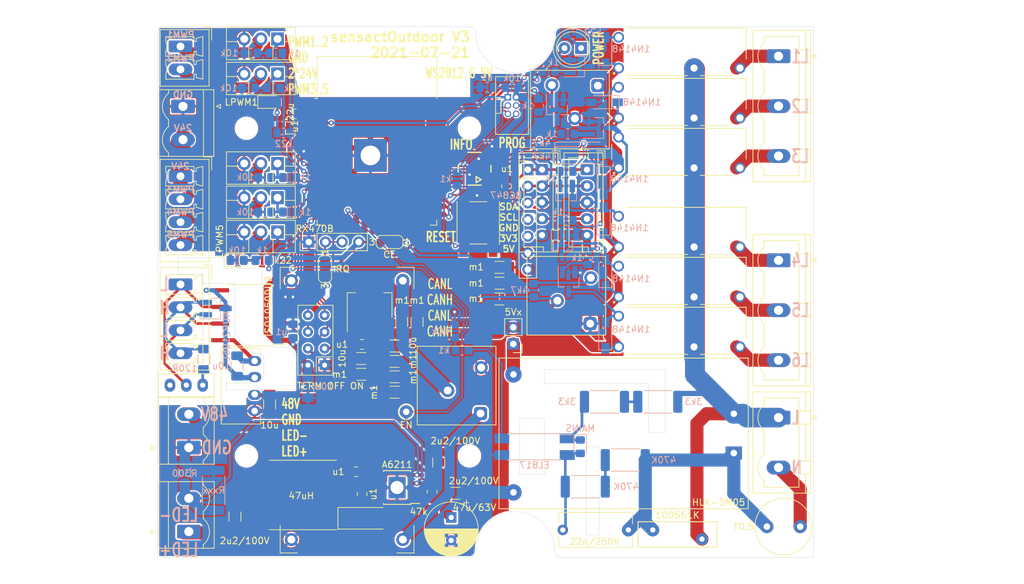
<source format=kicad_pcb>
(kicad_pcb (version 20211014) (generator pcbnew)
  (layers (0 "F.Cu" signal) (31 "B.Cu" signal) (34 "B.Paste" user) (35 "F.Paste" user) (36 "B.SilkS" user "B.Silkscreen") (37 "F.SilkS" user "F.Silkscreen") (38 "B.Mask" user) (39 "F.Mask" user) (44 "Edge.Cuts" user))
  (net 0 "")
  (net 1 "GND")
  (net 2 "+48V")
  (net 3 "Net-(C6-Pad1)")
  (net 4 "Net-(C8-Pad2)")
  (net 5 "+3V3")
  (net 6 "Net-(Q1-Pad1)")
  (net 7 "Net-(Q2-Pad1)")
  (net 8 "Net-(Q3-Pad1)")
  (net 9 "Net-(Q4-Pad1)")
  (net 10 "Net-(Q5-Pad1)")
  (net 11 "Net-(R1-Pad1)")
  (net 12 "Net-(U1-Pad32)")
  (net 13 "Net-(U1-Pad22)")
  (net 14 "Net-(U1-Pad21)")
  (net 15 "Net-(U1-Pad20)")
  (net 16 "Net-(U1-Pad19)")
  (net 17 "Net-(U1-Pad18)")
  (net 18 "Net-(U1-Pad17)")
  (net 19 "LED_CC_EN")
  (net 20 "+5V")
  (net 21 "PROG_EN")
  (net 22 "SIGNAL")
  (net 23 "PROG_IO0")
  (net 24 "PROG_RX")
  (net 25 "PROG_TX")
  (net 26 "Net-(Q6-Pad1)")
  (net 27 "Net-(Q7-Pad1)")
  (net 28 "Net-(Q8-Pad1)")
  (net 29 "Net-(Q9-Pad1)")
  (net 30 "PWM4")
  (net 31 "PWM1")
  (net 32 "PWM2")
  (net 33 "PWM3")
  (net 34 "CANH")
  (net 35 "CANL")
  (net 36 "CANR")
  (net 37 "CANT")
  (net 38 "K1")
  (net 39 "K2")
  (net 40 "K3")
  (net 41 "K4")
  (net 42 "Net-(D3-Pad1)")
  (net 43 "SCL")
  (net 44 "SDA")
  (net 45 "Net-(Q10-Pad1)")
  (net 46 "Net-(Q11-Pad1)")
  (net 47 "/L")
  (net 48 "K5")
  (net 49 "K6")
  (net 50 "/L3")
  (net 51 "/L2")
  (net 52 "/L1")
  (net 53 "/L6")
  (net 54 "/L5")
  (net 55 "/L4")
  (net 56 "OneWire")
  (net 57 "/LED_SW")
  (net 58 "/LED_CC")
  (net 59 "/PWM_1")
  (net 60 "/PWM_2")
  (net 61 "/PWM_3")
  (net 62 "/PWM_4")
  (net 63 "/PWM_5")
  (net 64 "PWM5")
  (net 65 "/LED_CC-")
  (net 66 "IRQ")
  (net 67 "CE")
  (net 68 "CSN")
  (net 69 "Net-(F1-Pad2)")
  (net 70 "Net-(D5-Pad2)")
  (net 71 "/N")
  (net 72 "Net-(C23-Pad2)")
  (net 73 "Net-(R16-Pad2)")
  (net 74 "Net-(R30-Pad1)")
  (net 75 "MAINS")
  (net 76 "Net-(R32-Pad1)")
  (net 77 "Net-(R33-Pad2)")
  (net 78 "Net-(SW1-Pad3)")
  (net 79 "Net-(D8-Pad2)")
  (net 80 "Net-(D9-Pad2)")
  (net 81 "GND1")
  (net 82 "+5P")
  (net 83 "/IN+")
  (net 84 "/OUT+")
  (net 85 "Net-(R3-Pad1)")
  (net 86 "Net-(C3-Pad2)")
  (net 87 "IRQ2")
  (net 88 "IRQ1")
  (net 89 "MISO")
  (net 90 "Net-(D1-Pad1)")
  (net 91 "+24V")
  (net 92 "Net-(U9-Pad5)")
  (net 93 "Net-(U9-Pad4)")
  (net 94 "Net-(D10-Pad2)")
  (net 95 "Net-(D11-Pad2)")
  (net 96 "Net-(D12-Pad2)")
  (net 97 "Net-(D13-Pad2)")
  (net 98 "Net-(D14-Pad2)")
  (net 99 "Net-(D15-Pad2)")
  (net 100 "Net-(JP3-Pad1)")
  (footprint "Connector_Phoenix_GMSTB:PhoenixContact_GMSTBVA_2,5_3-G-7,62_1x03_P7.62mm_Vertical" (layer "F.Cu") (at 119.634 57.15 -90)
    (fp_text reference "J3" hide)
    (fp_text value "Conn_01x03" hide)
  )
  (footprint "Connector_Phoenix_GMSTB:PhoenixContact_GMSTBVA_2,5_3-G-7,62_1x03_P7.62mm_Vertical" (layer "F.Cu") (at 119.634 26 -90)
    (fp_text reference "J2" hide)
    (fp_text value "Conn_01x03" hide)
  )
  (footprint "Package_TO_SOT_THT:TO-220F-3_Vertical" (layer "F.Cu") (at 43.2435 23.368 180)
    (fp_text reference "Q2" hide)
    (fp_text value "N" hide)
  )
  (footprint "MountingHole:MountingHole_3.2mm_M3" (layer "F.Cu") (at 38.5 87)
    (fp_text reference "H3" hide)
    (fp_text value "H" hide)
  )
  (footprint "MountingHole:MountingHole_3.2mm_M3" (layer "F.Cu") (at 72.5 87)
    (fp_text reference "H4" hide)
    (fp_text value "H" hide)
  )
  (footprint "MountingHole:MountingHole_3.2mm_M3" (layer "F.Cu") (at 72.5 37)
    (fp_text reference "H1" hide)
    (fp_text value "H" hide)
  )
  (footprint "MountingHole:MountingHole_3.2mm_M3" (layer "F.Cu") (at 38.5 37)
    (fp_text reference "H2" hide)
    (fp_text value "H")
  )
  (footprint "Connector_Phoenix_GMSTB:PhoenixContact_GMSTBVA_2,5_2-G-7,62_1x02_P7.62mm_Vertical" (layer "F.Cu") (at 119.634 81.153 -90)
    (fp_text reference "J9" hide)
    (fp_text value "230V" hide)
  )
  (footprint "liebler_MECH:RELAY_ALDP105W" (layer "F.Cu") (at 104.45 67.908)
    (fp_text reference "K6" hide)
    (fp_text value "ALDP105W" hide)
  )
  (footprint "LED_THT:LED_D5.0mm" (layer "F.Cu") (at 89.535 24.765 180)
    (fp_text reference "D3" hide)
    (fp_text value "POWER")
  )
  (footprint "TestPoint:TestPoint_THTPad_D2.0mm_Drill1.0mm" (layer "F.Cu") (at 62.865 80.264)
    (fp_text reference "TP3" hide)
    (fp_text value "EN")
  )
  (footprint "Capacitor_SMD:C_0805_2012Metric_Pad1.18x1.45mm_HandSolder" (layer "F.Cu") (at 45.847 34.798 180)
    (fp_text reference "C16" hide)
    (fp_text value "u1")
  )
  (footprint "Capacitor_SMD:C_1206_3216Metric_Pad1.33x1.80mm_HandSolder" (layer "F.Cu") (at 45.212 36.957 180)
    (fp_text reference "C17" hide)
    (fp_text value "22u")
  )
  (footprint "Capacitor_SMD:C_0805_2012Metric_Pad1.18x1.45mm_HandSolder" (layer "F.Cu") (at 56.134 69.977 180)
    (fp_text reference "C13" hide)
    (fp_text value "u1")
  )
  (footprint "Package_TO_SOT_THT:TO-220F-3_Vertical" (layer "F.Cu") (at 43.2435 28.702 180)
    (fp_text reference "Q3" hide)
    (fp_text value "N" hide)
  )
  (footprint "Package_TO_SOT_THT:TO-220F-3_Vertical" (layer "F.Cu") (at 43.2435 52.832 180)
    (fp_text reference "Q1" hide)
    (fp_text value "N" hide)
  )
  (footprint "Package_TO_SOT_THT:TO-220F-3_Vertical" (layer "F.Cu") (at 43.2435 47.5996 180)
    (fp_text reference "Q5" hide)
    (fp_text value "N" hide)
  )
  (footprint "Package_TO_SOT_THT:TO-220F-3_Vertical" (layer "F.Cu") (at 43.2435 42.3672 180)
    (fp_text reference "Q4" hide)
    (fp_text value "N" hide)
  )
  (footprint "Capacitor_SMD:C_1206_3216Metric_Pad1.33x1.80mm_HandSolder" (layer "F.Cu") (at 36.75 96.25 90)
    (fp_text reference "C10" hide)
    (fp_text value "2u2/100V")
  )
  (footprint "Capacitor_SMD:C_0805_2012Metric_Pad1.18x1.45mm_HandSolder" (layer "F.Cu") (at 56.134 92.837 90)
    (fp_text reference "C8" hide)
    (fp_text value "u1")
  )
  (footprint "Diode_SMD:D_SMA_Handsoldering" (layer "F.Cu") (at 56.8452 96.52)
    (fp_text reference "D2" hide)
    (fp_text value "D" hide)
  )
  (footprint "sensact:SOIC-8_3.9x4.9mm_Pitch1.27mm_pad_handsolder" (layer "F.Cu") (at 61.468 91.821 180)
    (fp_text reference "U2" hide)
    (fp_text value "A6211")
  )
  (footprint "Connector_PinHeader_2.54mm:PinHeader_1x04_P2.54mm_Vertical" (layer "F.Cu") (at 48.006 54.356 90)
    (fp_text reference "U7" hide)
    (fp_text value "RX470B")
  )
  (footprint "MountingHole:MountingHole_3.2mm_M3" (layer "F.Cu") (at 119.761 51.308)
    (fp_text reference "H5" hide)
    (fp_text value "H" hide)
  )
  (footprint "Jumper:SolderJumper-3_P1.3mm_Open_RoundedPad1.0x1.5mm_NumberLabels" (layer "F.Cu") (at 60.325 54.356 180)
    (fp_text reference "JP1" hide)
    (fp_text value "CE")
  )
  (footprint "Capacitor_SMD:C_0805_2012Metric_Pad1.18x1.45mm_HandSolder" (layer "F.Cu") (at 55.245 89.408 180)
    (fp_text reference "C6" hide)
    (fp_text value "u1")
  )
  (footprint "liebler_CONN:KF250-3.5-3P-A" (layer "F.Cu") (at 92.075 30.5)
    (fp_text reference "J13" hide)
    (fp_text value "RGB" hide)
  )
  (footprint "liebler_MECH:SS12D00" (layer "F.Cu") (at 29.337 76.2 180)
    (fp_text reference "SW1" hide)
    (fp_text value "TERM OFF ON")
  )
  (footprint "liebler_CONN:IDC_2x03_P1.27mm_Vertical" (layer "F.Cu") (at 78.994 33.528)
    (fp_text reference "J4" hide)
    (fp_text value "PROG")
  )
  (footprint "liebler_MECH:RELAY_ALDP105W" (layer "F.Cu") (at 104.45 52.668)
    (fp_text reference "K4" hide)
    (fp_text value "ALDP105W" hide)
  )
  (footprint "LED_SMD:LED_0805_2012Metric_Pad1.15x1.40mm_HandSolder" (layer "F.Cu") (at 37.084 57.15)
    (fp_text reference "D8" hide)
    (fp_text value "LPWM5")
  )
  (footprint "LED_SMD:LED_0805_2012Metric_Pad1.15x1.40mm_HandSolder" (layer "F.Cu") (at 42.0878 32.9946)
    (fp_text reference "D9" hide)
    (fp_text value "LPWM1")
  )
  (footprint "liebler_MODULES:CONV_HLK-5M05" (layer "F.Cu") (at 96.012 83.566 180)
    (fp_text reference "PS1" hide)
    (fp_text value "HLK-5M05")
  )
  (footprint "Resistor_SMD:R_0805_2012Metric_Pad1.20x1.40mm_HandSolder" (layer "F.Cu") (at 40.894 57.15 180)
    (fp_text reference "R35" hide)
    (fp_text value "k22")
  )
  (footprint "Varistor:RV_Disc_D12mm_W3.9mm_P7.5mm" (layer "F.Cu") (at 100.457 98.298)
    (fp_text reference "RV1" hide)
    (fp_text value "10D561K")
  )
  (footprint "Capacitor_THT:C_Rect_L11.0mm_W5.1mm_P10.00mm_MKT" (layer "F.Cu") (at 96.741 98.298 180)
    (fp_text reference "C23" hide)
    (fp_text value "22n/250V")
  )
  (footprint "Fuse:Fuse_Littelfuse_372_D8.50mm" (layer "F.Cu") (at 117.856 97.79)
    (fp_text reference "F1" hide)
    (fp_text value "T0.5")
  )
  (footprint "Capacitor_THT:CP_Radial_D8.0mm_P3.50mm" (layer "F.Cu") (at 69.723 96.393 -90)
    (fp_text reference "C1" hide)
    (fp_text value "47u/63V")
  )
  (footprint "liebler_MECH:RELAY_ALDP105W" (layer "F.Cu") (at 104.45 32.983)
    (fp_text reference "K2" hide)
    (fp_text value "ALDP105W" hide)
  )
  (footprint "liebler_MECH:RELAY_ALDP105W" (layer "F.Cu") (at 104.45 25.363)
    (fp_text reference "K1" hide)
    (fp_text value "ALDP105W" hide)
  )
  (footprint "liebler_MECH:RELAY_ALDP105W" (layer "F.Cu") (at 104.45 40.603)
    (fp_text reference "K3" hide)
    (fp_text value "ALDP105W" hide)
  )
  (footprint "Capacitor_SMD:C_1206_3216Metric_Pad1.33x1.80mm_HandSolder" (layer "F.Cu") (at 42.037 79.121 -90)
    (fp_text reference "C26" hide)
    (fp_text value "10u")
  )
  (footprint "liebler_SEMICONDUCTORS:SOP-8_6.62x9.15mm_P2.54mm_handsolder" (layer "F.Cu") (at 39.1932 65.532 180)
    (fp_text reference "U4" hide)
    (fp_text value "ISO1050DUB")
  )
  (footprint "Capacitor_SMD:C_1206_3216Metric_Pad1.33x1.80mm_HandSolder" (layer "F.Cu") (at 61.087 70.231)
    (fp_text reference "C12" hide)
    (fp_text value "10u")
  )
  (footprint "Capacitor_SMD:C_1206_3216Metric_Pad1.33x1.80mm_HandSolder" (layer "F.Cu") (at 56.007 74.549 180)
    (fp_text reference "C19" hide)
    (fp_text value "m1")
  )
  (footprint "smopla:SOT-223-3_TabPin2_HANDSOLDER" (layer "F.Cu") (at 57.277 64.008 90)
    (fp_text reference "U5" hide)
    (fp_text value "AMS1117-3.3" hide)
  )
  (footprint "Capacitor_SMD:C_1206_3216Metric_Pad1.33x1.80mm_HandSolder" (layer "F.Cu") (at 61.087 72.5805)
    (fp_text reference "C20" hide)
    (fp_text value "m1")
  )
  (footprint "liebler_CONN:KF250-3.5-3P-A" (layer "F.Cu") (at 74.195 80.518 -90)
    (fp_text reference "J10" hide)
    (fp_text value "CAN" hide)
  )
  (footprint "Connector_Phoenix_MC:PhoenixContact_MCV_1,5_4-G-3.5_1x04_P3.50mm_Vertical" (layer "F.Cu") (at 28.448 60.833 -90)
    (fp_text reference "J14" hide)
    (fp_text value "CAN" hide)
  )
  (footprint "RF_Module:nRF24L01_Breakout" (layer "F.Cu") (at 50.419 73.152 180)
    (fp_text reference "U6" hide)
    (fp_text value "RF" hide)
  )
  (footprint "Capacitor_SMD:C_1206_3216Metric_Pad1.33x1.80mm_HandSolder" (layer "F.Cu") (at 67.818 88.011 90)
    (fp_text reference "C4" hide)
    (fp_text value "2u2/100V")
  )
  (footprint "Capacitor_SMD:C_1206_3216Metric_Pad1.33x1.80mm_HandSolder" (layer "F.Cu") (at 70.358 92.71)
    (fp_text reference "C2" hide)
    (fp_text value "2u2/100V")
  )
  (footprint "Capacitor_SMD:C_1206_3216Metric_Pad1.33x1.80mm_HandSolder" (layer "F.Cu") (at 56.007 72.136 180)
    (fp_text reference "C14" hide)
    (fp_text value "10u")
  )
  (footprint "liebler_CONN:PhoenixContact_MSTBV_2,5_2-G-5,08_1x02_P5.08mm_Vertical" (layer "F.Cu") (at 29.718 85.725 90)
    (fp_text reference "J1" hide)
    (fp_text value "48V" hide)
  )
  (footprint "liebler_MODULES:BxxxxS-1W" (layer "F.Cu") (at 39.751 76.327 90)
    (fp_text reference "M1" hide)
    (fp_text value "BxxyyS-1WR" hide)
  )
  (footprint "liebler_MECH:RELAY_ALDP105W" (layer "F.Cu") (at 104.45 60.289)
    (fp_text reference "K5")
    (fp_text value "ALDP105W")
  )
  (footprint "Capacitor_SMD:C_1206_3216Metric_Pad1.33x1.80mm_HandSolder" (layer "F.Cu") (at 61.087 74.93)
    (fp_text reference "C21" hide)
    (fp_text value "m1")
  )
  (footprint "liebler_SEMICONDUCTORS:WS2812b_handsolder" (layer "F.Cu") (at 73.279 43.179 -90)
    (fp_text reference "D5" hide)
    (fp_text value "INFO")
  )
  (footprint "liebler_MECH:SW_Push_1P1T_NO_6x6mm_H9.5mm" (layer "F.Cu") (at 73.8505 51.435 90)
    (fp_text reference "SW2" hide)
    (fp_text value "RESET")
  )
  (footprint "Capacitor_SMD:C_0805_2012Metric_Pad1.18x1.45mm_HandSolder" (layer "F.Cu") (at 78.1685 45.847 90)
    (fp_text reference "C3" hide)
    (fp_text value "u1")
  )
  (footprint "Connector_JST:JST_XH_B5B-XH-A_1x05_P2.50mm_Vertical" (layer "F.Cu") (at 90.424 43.307 -90)
    (fp_text reference "J7" hide)
    (fp_text value "EXT1" hide)
  )
  (footprint "liebler_CONN:KF250-3.5-3P-A" (layer "F.Cu") (at 90.9155 66.8095 -90)
    (fp_text reference "J12" hide)
    (fp_text value "OW" hide)
  )
  (footprint "smopla:ESP32-WROOM-32_HANDSOLDER" (layer "F.Cu") (at 58.404 41.903)
    (fp_text reference "U1" hide)
    (fp_text value "ESP32-WROOM-32U" hide)
  )
  (footprint "Jumper:SolderJumper-3_P1.3mm_Open_RoundedPad1.0x1.5mm_NumberLabels" (layer "F.Cu") (at 50.4825 58.4835 -90)
    (fp_text reference "JP2" hide)
    (fp_text value "IRQ")
  )
  (footprint "liebler_MODULES:LM2596HV" (layer "F.Cu") (at 53.848 80.01 -90)
    (fp_text reference "U3" hide)
    (fp_text value "LM2596Board")
  )
  (footprint "liebler_PASSIVES:L_1040" (layer "F.Cu") (at 47.1084 92.964)
    (fp_text reference "L2" hide)
    (fp_text value "47uH")
  )
  (footprint "Capacitor_SMD:C_1206_3216Metric_Pad1.33x1.80mm_HandSolder" (layer "F.Cu") (at 61.087 77.2795)
    (fp_text reference "C5" hide)
    (fp_text value "m1")
  )
  (footprint "Capacitor_SMD:C_1206_3216Metric_Pad1.33x1.80mm_HandSolder" (layer "F.Cu") (at 64.516 66.548 90)
    (fp_text reference "C7" hide)
    (fp_text value "m1")
  )
  (footprint "Capacitor_SMD:C_1206_3216Metric_Pad1.33x1.80mm_HandSolder" (layer "F.Cu") (at 62.1665 66.548 90)
    (fp_text reference "C9" hide)
    (fp_text value "m1")
  )
  (footprint "Capacitor_SMD:C_1206_3216Metric_Pad1.33x1.80mm_HandSolder" (layer "F.Cu") (at 77.089 58.2295)
    (fp_text reference "C11" hide)
    (fp_text value "m1")
  )
  (footprint "Capacitor_SMD:C_1206_3216Metric_Pad1.33x1.80mm_HandSolder" (layer "F.Cu") (at 77.089 60.6425)
    (fp_text reference "C24" hide)
    (fp_text value "m1")
  )
  (footprint "Capacitor_SMD:C_1206_3216Metric_Pad1.33x1.80mm_HandSolder" (layer "F.Cu") (at 77.089 63.0555)
    (fp_text reference "C25" hide)
    (fp_text value "m1")
  )
  (footprint "Connector_Phoenix_MC:PhoenixContact_MCV_1,5_4-G-3.5_1x04_P3.50mm_Vertical" (layer "F.Cu") (at 28.448 44.323 -90)
    (fp_text reference "J8" hide)
    (fp_text value "PWM_OUT" hide)
  )
  (footprint "Connector_Phoenix_MC:PhoenixContact_MCV_1,5_2-G-3.5_1x02_P3.50mm_Vertical" (layer "F.Cu") (at 28.448 24.511 -90)
    (fp_text reference "J15" hide)
    (fp_text value "PWM_OUT" hide)
  )
  (footprint "liebler_CONN:PhoenixContact_MSTBV_2,5_2-G-5,08_1x02_P5.08mm_Vertical" (layer "F.Cu") (at 28.829 33.655 -90)
    (fp_text reference "J16" hide)
    (fp_text value "24V" hide)
  )
  (footprint "liebler_CONN:PhoenixContact_MSTBV_2,5_2-G-5,08_1x02_P5.08mm_Vertical" (layer "F.Cu") (at 29.718 98.552 90)
    (fp_text reference "J5" hide)
    (fp_text value "LED CC" hide)
  )
  (footprint "Connector_PinHeader_2.54mm:PinHeader_1x07_P2.54mm_Vertical" (layer "F.Cu") (at 81.407 43.307)
    (fp_text reference "U9" hide)
    (fp_text value "MAX98357_MODULE" hide)
  )
  (footprint "Connector_JST:JST_XH_B5B-XH-A_1x05_P2.50mm_Vertical" (layer "F.Cu") (at 83.566 43.307 -90)
    (fp_text reference "J11" hide)
    (fp_text value "EXT2" hide)
  )
  (footprint "Resistor_SMD:R_0805_2012Metric_Pad1.20x1.40mm_HandSolder" (layer "F.Cu") (at 66.802 92.456 -90)
    (fp_text reference "R1" hide)
    (fp_text value "47k")
  )
  (footprint "Connector_PinHeader_2.54mm:PinHeader_1x02_P2.54mm_Vertical" (layer "F.Cu") (at 79.1845 69.9135 180)
    (fp_text reference "JP3" hide)
    (fp_text value "5Vx")
  )
  (footprint "Package_TO_SOT_SMD:SOT-23_Handsoldering" (layer "B.Cu") (at 92.202 36.957)
    (fp_text reference "Q8" hide)
    (fp_text value "BC847" hide)
  )
  (footprint "Package_TO_SOT_SMD:SOT-23_Handsoldering" (layer "B.Cu") (at 87.249 47.3075 -90)
    (fp_text reference "Q9" hide)
    (fp_text value "BC847")
  )
  (footprint "Resistor_SMD:R_0805_2012Metric_Pad1.20x1.40mm_HandSolder" (layer "B.Cu") (at 84.582 28.321)
    (fp_text reference "R5" hide)
    (fp_text value "1k")
  )
  (footprint "Resistor_SMD:R_0805_2012Metric_Pad1.20x1.40mm_HandSolder" (layer "B.Cu") (at 83.058 33.528 -90)
    (fp_text reference "R6" hide)
    (fp_text value "1k")
  )
  (footprint "Resistor_SMD:R_0805_2012Metric_Pad1.20x1.40mm_HandSolder" (layer "B.Cu") (at 87.503 37.846)
    (fp_text reference "R7" hide)
    (fp_text value "1k")
  )
  (footprint "Resistor_SMD:R_0805_2012Metric_Pad1.20x1.40mm_HandSolder" (layer "B.Cu") (at 88.265 22.606)
    (fp_text reference "R13" hide)
    (fp_text value "k22")
  )
  (footprint "Resistor_SMD:R_0805_2012Metric_Pad1.20x1.40mm_HandSolder" (layer "B.Cu") (at 42.9895 25.527 180)
    (fp_text reference "R14" hide)
    (fp_text value "1k")
  )
  (footprint "Resistor_SMD:R_0805_2012Metric_Pad1.20x1.40mm_HandSolder" (layer "B.Cu") (at 39.1795 25.527 180)
    (fp_text reference "R15" hide)
    (fp_text value "10k")
  )
  (footprint "Resistor_SMD:R_0805_2012Metric_Pad1.20x1.40mm_HandSolder" (layer "B.Cu") (at 45.085 44.5135 180)
    (fp_text reference "R19" hide)
    (fp_text value "1k")
  )
  (footprint "Resistor_SMD:R_0805_2012Metric_Pad1.20x1.40mm_HandSolder" (layer "B.Cu") (at 41.275 44.5135 180)
    (fp_text reference "R20" hide)
    (fp_text value "10k")
  )
  (footprint "Resistor_SMD:R_0805_2012Metric_Pad1.20x1.40mm_HandSolder" (layer "B.Cu") (at 80.518 41.275)
    (fp_text reference "R25" hide)
    (fp_text value "4k7")
  )
  (footprint "Capacitor_SMD:C_0805_2012Metric_Pad1.18x1.45mm_HandSolder" (layer "B.Cu") (at 75.1625 30.734)
    (fp_text reference "C15" hide)
    (fp_text value "u1")
  )
  (footprint "Resistor_SMD:R_0805_2012Metric_Pad1.20x1.40mm_HandSolder" (layer "B.Cu") (at 78.994 30.734)
    (fp_text reference "R9" hide)
    (fp_text value "10k")
  )
  (footprint "Resistor_SMD:R_0805_2012Metric_Pad1.20x1.40mm_HandSolder" (layer "B.Cu") (at 38.7985 30.861 180)
    (fp_text reference "R18" hide)
    (fp_text value "10k")
  )
  (footprint "Resistor_SMD:R_0805_2012Metric_Pad1.20x1.40mm_HandSolder" (layer "B.Cu") (at 42.6085 30.861 180)
    (fp_text reference "R17" hide)
    (fp_text value "1k")
  )
  (footprint "Capacitor_SMD:C_0805_2012Metric_Pad1.18x1.45mm_HandSolder" (layer "B.Cu") (at 45.593 67.945 90)
    (fp_text reference "C18" hide)
    (fp_text value "u1")
  )
  (footprint "Resistor_SMD:R_0805_2012Metric_Pad1.20x1.40mm_HandSolder" (layer "B.Cu") (at 41.275 49.784 180)
    (fp_text reference "R22" hide)
    (fp_text value "10k")
  )
  (footprint "Resistor_SMD:R_0805_2012Metric_Pad1.20x1.40mm_HandSolder" (layer "B.Cu") (at 40.894 57.15 180)
    (fp_text reference "R11" hide)
    (fp_text value "1k")
  )
  (footprint "Resistor_SMD:R_0805_2012Metric_Pad1.20x1.40mm_HandSolder" (layer "B.Cu") (at 45.085 49.784 180)
    (fp_text reference "R21" hide)
    (fp_text value "1k")
  )
  (footprint "Capacitor_SMD:C_1206_3216Metric_Pad1.33x1.80mm_HandSolder" (layer "B.Cu") (at 47.879 76.581 -90)
    (fp_text reference "C22" hide)
    (fp_text value "10u")
  )
  (footprint "Resistor_SMD:R_0805_2012Metric_Pad1.20x1.40mm_HandSolder" (layer "B.Cu") (at 82.296 61.722 90)
    (fp_text reference "R27" hide)
    (fp_text value "4k7")
  )
  (footprint "Resistor_SMD:R_0805_2012Metric_Pad1.20x1.40mm_HandSolder" (layer "B.Cu") (at 90.551 56.769 -90)
    (fp_text reference "R24" hide)
    (fp_text value "1k")
  )
  (footprint "Resistor_SMD:R_0805_2012Metric_Pad1.20x1.40mm_HandSolder" (layer "B.Cu") (at 80.518 39.243)
    (fp_text reference "R26" hide)
    (fp_text value "4k7")
  )
  (footprint "Resistor_SMD:R_1206_3216Metric_Pad1.30x1.75mm_HandSolder" (layer "B.Cu") (at 29.083 89.5985 90)
    (fp_text reference "R2" hide)
    (fp_text value "R300")
  )
  (footprint "Diode_SMD:D_SMA_Handsoldering" (layer "B.Cu") (at 89.916 40.767)
    (fp_text reference "D4" hide)
    (fp_text value "D" hide)
  )
  (footprint "Resistor_SMD:R_2512_6332Metric_Pad1.40x3.35mm_HandSolder" (layer "B.Cu") (at 93.091 78.74)
    (fp_text reference "R16" hide)
    (fp_text value "3k3")
  )
  (footprint "Resistor_SMD:R_0805_2012Metric_Pad1.20x1.40mm_HandSolder" (layer "B.Cu") (at 70.231 67.945 90)
    (fp_text reference "R29" hide)
    (fp_text value "10k")
  )
  (footprint "Resistor_SMD:R_0805_2012Metric_Pad1.20x1.40mm_HandSolder" (layer "B.Cu") (at 71.374 70.866 180)
    (fp_text reference "R32" hide)
    (fp_text value "k1")
  )
  (footprint "Resistor_SMD:R_2512_6332Metric_Pad1.40x3.35mm_HandSolder" (layer "B.Cu") (at 101.219 78.74)
    (fp_text reference "R28" hide)
    (fp_text value "3k3")
  )
  (footprint "Resistor_SMD:R_2512_6332Metric_Pad1.40x3.35mm_HandSolder" (layer "B.Cu") (at 90.17 91.694)
    (fp_text reference "R31" hide)
    (fp_text value "470K")
  )
  (footprint "Package_TO_SOT_SMD:SOT-23_Handsoldering" (layer "B.Cu") (at 33.806 64.516)
    (fp_text reference "D6" hide)
    (fp_text value "NUP2105L")
  )
  (footprint "Resistor_SMD:R_1206_3216Metric_Pad1.30x1.75mm_HandSolder" (layer "B.Cu") (at 32 72.25 -90)
    (fp_text reference "R33" hide)
    (fp_text value "120R")
  )
  (footprint "Package_TO_SOT_SMD:SOT-23_Handsoldering" (layer "B.Cu") (at 89.281 27.559)
    (fp_text reference "Q6" hide)
    (fp_text value "BC847" hide)
  )
  (footprint "Resistor_SMD:R_0805_2012Metric_Pad1.20x1.40mm_HandSolder" (layer "B.Cu") (at 87.249 51.054 180)
    (fp_text reference "R23" hide)
    (fp_text value "1k")
  )
  (footprint "Resistor_SMD:R_2512_6332Metric_Pad1.40x3.35mm_HandSolder" (layer "B.Cu") (at 96.266 87.63)
    (fp_text reference "R30" hide)
    (fp_text value "470K")
  )
  (footprint "Capacitor_SMD:C_1206_3216Metric_Pad1.33x1.80mm_HandSolder" (layer "B.Cu") (at 37.084 73.279 -90)
    (fp_text reference "C27" hide)
    (fp_text value "10u")
  )
  (footprint "Resistor_SMD:R_0805_2012Metric_Pad1.20x1.40mm_HandSolder" (layer "B.Cu") (at 44.18 37.719 180)
    (fp_text reference "R36" hide)
    (fp_text value "k22")
  )
  (footprint "Resistor_SMD:R_0805_2012Metric_Pad1.20x1.40mm_HandSolder" (layer "B.Cu") (at 70.612 44.704 90)
    (fp_text reference "R3" hide)
    (fp_text value "k1")
  )
  (footprint "Package_TO_SOT_SMD:SOT-23_Handsoldering" (layer "B.Cu") (at 86.614 54.864 -90)
    (fp_text reference "Q10" hide)
    (fp_text value "BC847" hide)
  )
  (footprint "Package_TO_SOT_SMD:SOT-23_Handsoldering" (layer "B.Cu") (at 87.63 60.452 -90)
    (fp_text reference "Q11" hide)
    (fp_text value "BC847" hide)
  )
  (footprint "Resistor_SMD:R_2512_6332Metric_Pad1.40x3.35mm_HandSolder" (layer "B.Cu") (at 33.5 92.25 90)
    (fp_text reference "R4" hide)
    (fp_text value "Rxxx")
  )
  (footprint "LED_SMD:LED_0805_2012Metric_Pad1.15x1.40mm_HandSolder" (layer "B.Cu") (at 89.408 85.589 -90)
    (fp_text reference "D1" hide)
    (fp_text value "MAINS")
  )
  (footprint "liebler_SEMICONDUCTORS:SO-4_7.6x3.6mm_P2.54mm_handsolder" (layer "B.Cu") (at 82.423 85.598 180)
    (fp_text reference "U8" hide)
    (fp_text value "EL817")
  )
  (footprint "Resistor_SMD:R_0805_2012Metric_Pad1.20x1.40mm_HandSolder" (layer "B.Cu") (at 87.249 43.561 180)
    (fp_text reference "R8" hide)
    (fp_text value "1k")
  )
  (footprint "Resistor_SMD:R_0805_2012Metric_Pad1.20x1.40mm_HandSolder" (layer "B.Cu") (at 37.084 57.15 180)
    (fp_text reference "R12" hide)
    (fp_text value "10k")
  )
  (footprint "liebler_SEMICONDUCTORS:D_SOD-123_handsolder" (layer "B.Cu") (at 93.218 25.146 90)
    (fp_text reference "D10" hide)
    (fp_text value "1N4148")
  )
  (footprint "liebler_SEMICONDUCTORS:D_SOD-123_handsolder" (layer "B.Cu") (at 93.091 33.02 180)
    (fp_text reference "D11" hide)
    (fp_text value "1N4148")
  )
  (footprint "liebler_SEMICONDUCTORS:D_SOD-123_handsolder" (layer "B.Cu") (at 92.964 45.085 -90)
    (fp_text reference "D12" hide)
    (fp_text value "1N4148")
  )
  (footprint "liebler_SEMICONDUCTORS:D_SOD-123_handsolder" (layer "B.Cu") (at 92.964 51.054 90)
    (fp_text reference "D13" hide)
    (fp_text value "1N4148")
  )
  (footprint "liebler_SEMICONDUCTORS:D_SOD-123_handsolder" (layer "B.Cu") (at 93.218 68.58 90)
    (fp_text reference "D15" hide)
    (fp_text value "1N4148")
  )
  (footprint "liebler_SEMICONDUCTORS:D_SOD-123_handsolder" (layer "B.Cu") (at 93.218 59.055 90)
    (fp_text reference "D14" hide)
    (fp_text value "1N4148")
  )
  (footprint "Package_TO_SOT_SMD:SOT-23_Handsoldering" (layer "B.Cu") (at 85.852 34.163 -90)
    (fp_text reference "Q7" hide)
    (fp_text value "BC847" hide)
  )
  (gr_line (start 125 21.5) (end 86.5 21.5) (layer "Edge.Cuts") (width 0.05))
  (gr_line (start 99.822 83.439) (end 99.822 75.946) (layer "Edge.Cuts") (width 0.05))
  (gr_line (start 102.362 83.439) (end 99.822 83.439) (layer "Edge.Cuts") (width 0.05))
  (gr_line (start 98.5 102.5) (end 86.5 102.5) (layer "Edge.Cuts") (width 0.05))
  (gr_line (start 125 102.5) (end 110.5 102.5) (layer "Edge.Cuts") (width 0.05))
  (gr_line (start 80.137 81.28) (end 83.947 81.28) (layer "Edge.Cuts") (width 0.05))
  (gr_line (start 110.5 102.5) (end 98.5 102.5) (layer "Edge.Cuts") (width 0.05))
  (gr_line (start 35.4 75.9) (end 35.4 76.9) (layer "Edge.Cuts") (width 0.05))
  (gr_line (start 35.052 58.42) (end 40.894 58.42) (layer "Edge.Cuts") (width 0.05))
  (gr_line (start 92.2655 99.06) (end 90.297 99.06) (layer "Edge.Cuts") (width 0.05))
  (gr_line (start 90.297 85.598) (end 92.2655 85.598) (layer "Edge.Cuts") (width 0.05))
  (gr_line (start 102.362 73.787) (end 102.362 83.439) (layer "Edge.Cuts") (width 0.05))
  (gr_line (start 42.799 70.358) (end 44.831 70.358) (layer "Edge.Cuts") (width 0.05))
  (gr_line (start 35.4 76.9) (end 45.9 76.9) (layer "Edge.Cuts") (width 0.05))
  (gr_line (start 83.947 73.787) (end 102.362 73.787) (layer "Edge.Cuts") (width 0.05))
  (gr_line (start 41.148 72.009) (end 40.513 71.374) (layer "Edge.Cuts") (width 0.05))
  (gr_line (start 40.513 71.374) (end 39.624 71.374) (layer "Edge.Cuts") (width 0.05))
  (gr_line (start 40.894 68.453) (end 42.799 70.358) (layer "Edge.Cuts") (width 0.05))
  (gr_line (start 36.703 68.453) (end 39.624 71.374) (layer "Edge.Cuts") (width 0.05))
  (gr_line (start 90.297 99.06) (end 90.297 85.598) (layer "Edge.Cuts") (width 0.05))
  (gr_line (start 72.5 102.5) (end 25 102.5) (layer "Edge.Cuts") (width 0.05))
  (gr_line (start 25 21.5) (end 72.5 21.5) (layer "Edge.Cuts") (width 0.05))
  (gr_line (start 40.3 75.9) (end 35.4 75.9) (layer "Edge.Cuts") (width 0.05))
  (gr_line (start 92.2655 85.598) (end 92.262 99.06) (layer "Edge.Cuts") (width 0.05))
  (gr_line (start 35.052 56.75) (end 35.052 58.42) (layer "Edge.Cuts") (width 0.05))
  (gr_arc (start 73.5 101.5) (mid 73.207107 102.207107) (end 72.5 102.5) (layer "Edge.Cuts") (width 0.05))
  (gr_line (start 45.9 71.4) (end 45.9 76.9) (layer "Edge.Cuts") (width 0.05))
  (gr_line (start 40.3 75.9) (end 41.148 75.057) (layer "Edge.Cuts") (width 0.05))
  (gr_line (start 28.067 56.75) (end 35.052 56.75) (layer "Edge.Cuts") (width 0.05))
  (gr_line (start 44.831 70.358) (end 45.9 71.4) (layer "Edge.Cuts") (width 0.05))
  (gr_line (start 80.137 89.789) (end 80.137 81.28) (layer "Edge.Cuts") (width 0.05))
  (gr_line (start 125 21.5) (end 125 102.5) (layer "Edge.Cuts") (width 0.05))
  (gr_arc (start 85.5 22.5) (mid 85.792893 21.792893) (end 86.5 21.5) (layer "Edge.Cuts") (width 0.05))
  (gr_line (start 36.703 60.706) (end 31.75 60.706) (layer "Edge.Cuts") (width 0.05))
  (gr_arc (start 86.5 102.5) (mid 85.792893 102.207107) (end 85.5 101.5) (layer "Edge.Cuts") (width 0.05))
  (gr_arc (start 73.5 101.5) (mid 79.5 95.5) (end 85.5 101.5) (layer "Edge.Cuts") (width 0.05))
  (gr_arc (start 72.5 21.5) (mid 73.207107 21.792893) (end 73.5 22.5) (layer "Edge.Cuts") (width 0.05))
  (gr_line (start 41.148 75.057) (end 41.148 72.009) (layer "Edge.Cuts") (width 0.05))
  (gr_line (start 83.947 81.28) (end 83.947 89.789) (layer "Edge.Cuts") (width 0.05))
  (gr_line (start 36.703 68.453) (end 36.703 60.706) (layer "Edge.Cuts") (width 0.05))
  (gr_line (start 28.067 59.25) (end 28.067 56.75) (layer "Edge.Cuts") (width 0.05))
  (gr_line (start 40.894 58.42) (end 40.894 68.453) (layer "Edge.Cuts") (width 0.05))
  (gr_line (start 25 102.5) (end 25 21.5) (layer "Edge.Cuts") (width 0.05))
  (gr_line (start 99.822 75.946) (end 83.947 75.946) (layer "Edge.Cuts") (width 0.05))
  (gr_line (start 31.75 60.706) (end 31.75 59.25) (layer "Edge.Cuts") (width 0.05))
  (gr_arc (start 85.5 22.5) (mid 79.5 28.5) (end 73.5 22.5) (layer "Edge.Cuts") (width 0.05))
  (gr_line (start 83.947 75.946) (end 83.947 73.787) (layer "Edge.Cuts") (width 0.05))
  (gr_line (start 83.947 89.789) (end 80.137 89.789) (layer "Edge.Cuts") (width 0.05))
  (gr_line (start 31.75 59.25) (end 28.067 59.25) (layer "Edge.Cuts") (width 0.05))
  (gr_text "PWM2" (at 28.448 26.289) (layer "B.SilkS") (effects (font (size 1 1) (thickness 0.2)) (justify mirror)))
  (gr_text "GND" (at 28.829 31.877) (layer "B.SilkS") (effects (font (size 1 1) (thickness 0.2)) (justify mirror)))
  (gr_text "24V" (at 28.829 36.957) (layer "B.SilkS") (effects (font (size 1 1) (thickness 0.2)) (justify mirror)))
  (gr_text "PWM3" (at 28.448 46.355) (layer "B.SilkS") (effects (font (size 1 1) (thickness 0.2)) (justify mirror)))
  (gr_text "24V" (at 28.448 42.799) (layer "B.SilkS") (effects (font (size 1 1) (thickness 0.2)) (justify mirror)))
  (gr_text "PWM4" (at 28.448 49.784) (layer "B.SilkS") (effects (font (size 1 1) (thickness 0.2)) (justify mirror)))
  (gr_text "PWM5" (at 28.448 53.213) (layer "B.SilkS") (effects (font (size 1 1) (thickness 0.2)) (justify mirror)))
  (gr_text "L" (at 26.035 60.833) (layer "B.SilkS") (effects (font (size 2 1.5) (thickness 0.3)) (justify mirror)))
  (gr_text "H" (at 26.035 64.389) (layer "B.SilkS") (effects (font (size 2 1.5) (thickness 0.3)) (justify mirror)))
  (gr_text "L" (at 26.035 67.818) (layer "B.SilkS") (effects (font (size 2 1.5) (thickness 0.3)) (justify mirror)))
  (gr_text "H" (at 26.035 71.374) (layer "B.SilkS") (effects (font (size 2 1.5) (thickness 0.3)) (justify mirror)))
  (gr_text "48V" (at 31.369 80.645) (layer "B.SilkS") (effects (font (size 2 1.5) (thickness 0.3)) (justify right mirror)))
  (gr_text "GND" (at 31.496 85.725) (layer "B.SilkS") (effects (font (size 2 1.5) (thickness 0.3)) (justify right mirror)))
  (gr_text "LED-" (at 25.019 96.012) (layer "B.SilkS") (effects (font (size 2 1.5) (thickness 0.3)) (justify right mirror)))
  (gr_text "LED+" (at 25.019 101.346) (layer "B.SilkS") (effects (font (size 2 1.5) (thickness 0.3)) (justify right mirror)))
  (gr_text "L" (at 121.412 81.153) (layer "B.SilkS") (effects (font (size 2 1.5) (thickness 0.3)) (justify right mirror)))
  (gr_text "N" (at 121.412 88.773) (layer "B.SilkS") (effects (font (size 2 1.5) (thickness 0.3)) (justify right mirror)))
  (gr_text "L6" (at 121.412 72.39) (layer "B.SilkS") (effects (font (size 2 1.5) (thickness 0.3)) (justify right mirror)))
  (gr_text "L5" (at 121.412 64.77) (layer "B.SilkS") (effects (font (size 2 1.5) (thickness 0.3)) (justify right mirror)))
  (gr_text "L4" (at 121.412 57.15) (layer "B.SilkS") (effects (font (size 2 1.5) (thickness 0.3)) (justify right mirror)))
  (gr_text "L3" (at 121.412 41.275) (layer "B.SilkS") (effects (font (size 2 1.5) (thickness 0.3)) (justify right mirror)))
  (gr_text "L2" (at 121.412 33.655) (layer "B.SilkS") (effects (font (size 2 1.5) (thickness 0.3)) (justify right mirror)))
  (gr_text "L1" (at 121.412 26.035) (layer "B.SilkS") (effects (font (size 2 1.5) (thickness 0.3)) (justify right mirror)))
  (gr_text "PWM1" (at 28.448 22.733) (layer "B.SilkS") (effects (font (size 1 1) (thickness 0.2)) (justify mirror)))
  (gr_text "SDA\nSCL\nGND\n3V3\n5V" (at 78.486 52.197) (layer "F.SilkS") (effects (font (size 1 1) (thickness 0.2))))
  (gr_text "PWM1..2\nGND\n2*24V\nPWM3..5" (at 44.704 27.432) (layer "F.SilkS") (effects (font (size 1.5 1) (thickness 0.25)) (justify left)))
  (gr_text "48V\nGND\nLED-\nLED+" (at 43.688 82.677) (layer "F.SilkS") (effects (font (size 1.5 1) (thickness 0.25)) (justify left)))
  (gr_text "WS2812 G 5V" (at 70.866 28.575) (layer "F.SilkS") (effects (font (size 1.5 1) (thickness 0.25))))
  (gr_text "CANL\nCANH\nCANL\nCANH" (at 68 64.389) (layer "F.SilkS") (effects (font (size 1.5 1) (thickness 0.2))))
  (gr_text "sensactOutdoor V3\n2021-07-21" (at 72.771 24.257) (layer "F.SilkS") (effects (font (size 1.5 1.5) (thickness 0.3)) (justify right)))
  (segment (start 44.8095 33.5495) (end 44.8095 34.798) (width 0.8) (layer "F.Cu") (net 1))
  (segment (start 49.404 33.648) (end 54.984 33.648) (width 0.8) (layer "F.Cu") (net 1))
  (segment (start 64.904 33.648) (end 57.404 41.148) (width 0.8) (layer "F.Cu") (net 1))
  (segment (start 54.4445 74.549) (end 54.4445 70.629) (width 1.6) (layer "F.Cu") (net 1))
  (segment (start 81.035 55.635) (end 81.407 56.007) (width 0.8) (layer "F.Cu") (net 1))
  (segment (start 45.161 33.198) (end 44.8095 33.5495) (width 0.8) (layer "F.Cu") (net 1))
  (segment (start 54.4445 70.629) (end 55.0965 69.977) (width 1.6) (layer "F.Cu") (net 1))
  (segment (start 49.404 33.648) (end 48.954 33.198) (width 0.8) (layer "F.Cu") (net 1))
  (segment (start 50.419 73.152) (end 51.9215 73.152) (width 1.6) (layer "F.Cu") (net 1))
  (segment (start 52.689 45.863) (end 57.404 41.148) (width 0.8) (layer "F.Cu") (net 1))
  (segment (start 57.404 36.068) (end 57.404 41.148) (width 0.8) (layer "F.Cu") (net 1))
  (segment (start 67.404 33.648) (end 64.904 33.648) (width 0.8) (layer "F.Cu") (net 1))
  (segment (start 49.404 39.998) (end 56.254 39.998) (width 0.8) (layer "F.Cu") (net 1))
  (segment (start 76.1005 55.635) (end 81.035 55.635) (width 0.8) (layer "F.Cu") (net 1))
  (segment (start 54.2075 89.408) (end 54.2075 87.7785) (width 0.6) (layer "F.Cu") (net 1))
  (segment (start 43.841 61.722) (end 45.974 61.722) (width 0.6) (layer "F.Cu") (net 1))
  (segment (start 57.284 41.268) (end 57.404 41.148) (width 0.8) (layer "F.Cu") (net 1))
  (segment (start 52.689 51.658) (end 52.689 45.863) (width 0.8) (layer "F.Cu") (net 1))
  (segment (start 54.977 69.864) (end 54.977 67.658) (width 1.6) (layer "F.Cu") (net 1))
  (segment (start 56.919668 90.71199) (end 55.713312 90.71199) (width 0.6) (layer "F.Cu") (net 1))
  (segment (start 54.409322 89.408) (end 54.2075 89.408) (width 0.6) (layer "F.Cu") (net 1))
  (segment (start 39.751 80.137) (end 42.1255 80.137) (width 0.6) (layer "F.Cu") (net 1))
  (segment (start 48.954 33.198) (end 45.161 33.198) (width 0.8) (layer "F.Cu") (net 1))
  (segment (start 63.3345 64.9855) (end 63.3345 66.5095) (width 1.6) (layer "F.Cu") (net 1))
  (segment (start 55.713312 90.71199) (end 54.409322 89.408) (width 0.6) (layer "F.Cu") (net 1))
  (segment (start 79.212 92.566) (end 76.09 92.566) (width 2) (layer "F.Cu") (net 1))
  (segment (start 51.9215 73.152) (end 55.0965 69.977) (width 1.6) (layer "F.Cu") (net 1))
  (segment (start 62.1665 64.9855) (end 63.3345 64.9855) (width 1.6) (layer "F.Cu") (net 1))
  (segment (start 63.3345 64.9855) (end 64.516 64.9855) (width 1.6) (layer "F.Cu") (net 1))
  (segment (start 56.254 39.998) (end 57.404 41.148) (width 0.8) (layer "F.Cu") (net 1))
  (segment (start 42.1255 80.137) (end 42.164 80.1755) (width 0.6) (layer "F.Cu") (net 1))
  (segment (start 54.984 33.648) (end 57.404 36.068) (width 0.8) (layer "F.Cu") (net 1))
  (segment (start 58.468 91.186) (end 57.393678 91.186) (width 0.6) (layer "F.Cu") (net 1))
  (segment (start 63.35598 66.53098) (end 63.3345 66.5095) (width 1.6) (layer "F.Cu") (net 1))
  (segment (start 57.393678 91.186) (end 56.919668 90.71199) (width 0.6) (layer "F.Cu") (net 1))
  (via (at 73.66 47.244) (size 0.8) (drill 0.4) (layers "F.Cu" "B.Cu") (net 1))
  (via (at 34.417 55.753) (size 0.8) (drill 0.4) (layers "F.Cu" "B.Cu") (net 1))
  (via (at 47.244 40.513) (size 0.8) (drill 0.4) (layers "F.Cu" "B.Cu") (net 1))
  (via (at 72.517 44.069) (size 0.8) (drill 0.4) (layers "F.Cu" "B.Cu") (net 1))
  (via (at 57.912 76.581) (size 0.8) (drill 0.4) (layers "F.Cu" "B.Cu") (net 1))
  (via (at 45.593 62.738) (size 0.8) (drill 0.4) (layers "F.Cu" "B.Cu") (net 1))
  (via (at 44.45 62.738) (size 0.8) (drill 0.4) (layers "F.Cu" "B.Cu") (net 1))
  (via (at 73.914 41.656) (size 0.8) (drill 0.4) (layers "F.Cu" "B.Cu") (net 1))
  (via (at 46.99 76.454) (size 0.8) (drill 0.4) (layers "F.Cu" "B.Cu") (net 1))
  (via (at 75.946 39.751) (size 0.8) (drill 0.4) (layers "F.Cu" "B.Cu") (net 1))
  (via (at 90.805 22.352) (size 0.8) (drill 0.4) (layers "F.Cu" "B.Cu") (net 1))
  (via (at 89.408 59.055) (size 0.8) (drill 0.4) (layers "F.Cu" "B.Cu") (net 1))
  (segment (start 33.5 89.2) (end 30.2345 89.2) (width 1.6) (layer "B.Cu") (net 1))
  (segment (start 30.2345 89.2) (end 29.083 88.0485) (width 1.6) (layer "B.Cu") (net 1))
  (segment (start 79.212 92.566) (end 74.82 92.566) (width 2) (layer "B.Cu") (net 1))
  (segment (start 29.083 88.0485) (end 29.083 85.471) (width 1.6) (layer "B.Cu") (net 1))
  (segment (start 77.423 86.868) (end 75.057 86.868) (width 0.4) (layer "B.Cu") (net 1))
  (segment (start 68.7955 90.551) (end 67.818 89.5735) (width 1.6) (layer "F.Cu") (net 2))
  (segment (start 64.468 93.726) (end 66.532 93.726) (width 0.6) (layer "F.Cu") (net 2))
  (segment (start 68.7955 95.4655) (end 69.723 96.393) (width 1.6) (layer "F.Cu") (net 2))
  (segment (start 60.68051 82.43601) (end 67.818 89.5735) (width 1.6) (layer "F.Cu") (net 2))
  (segment (start 66.802 93.456) (end 68.0495 93.456) (width 1.6) (layer "F.Cu") (net 2))
  (segment (start 31.50901 82.43601) (end 60.68051 82.43601) (width 1.6) (layer "F.Cu") (net 2))
  (segment (start 68.0495 93.456) (end 68.7955 92.71) (width 1.6) (layer "F.Cu") (net 2))
  (segment (start 29.718 80.645) (end 31.50901 82.43601) (width 1.6) (layer "F.Cu") (net 2))
  (segment (start 66.532 93.726) (end 66.802 93.456) (width 0.6) (layer "F.Cu") (net 2))
  (segment (start 68.7955 92.71) (end 68.7955 95.4655) (width 1.6) (layer "F.Cu") (net 2))
  (segment (start 68.7955 92.71) (end 68.7955 90.551) (width 1.6) (layer "F.Cu") (net 2))
  (segment (start 57.251043 89.911979) (end 56.786479 89.911979) (width 0.6) (layer "F.Cu") (net 3))
  (segment (start 58.468 89.916) (end 57.255064 89.916) (width 0.6) (layer "F.Cu") (net 3))
  (segment (start 57.255064 89.916) (end 57.251043 89.911979) (width 0.6) (layer "F.Cu") (net 3))
  (segment (start 56.786479 89.911979) (end 56.2825 89.408) (width 0.6) (layer "F.Cu") (net 3))
  (segment (start 58.468 92.456) (end 56.7905 92.456) (width 0.6) (layer "F.Cu") (net 4))
  (segment (start 56.7905 92.456) (end 56.134 91.7995) (width 0.6) (layer "F.Cu") (net 4))
  (segment (start 42.672 69.342) (end 44.937 69.342) (width 0.8) (layer "F.Cu") (net 5))
  (segment (start 46.516999 71.789999) (end 47.879 73.152) (width 0.8) (layer "F.Cu") (net 5))
  (segment (start 49.900412 76.44901) (end 47.879 74.427598) (width 1.6) (layer "F.Cu") (net 5))
  (segment (start 86.995 24.765) (end 82.969001 28.790999) (width 0.4) (layer "F.Cu") (net 5))
  (segment (start 82.969001 28.790999) (end 81.329615 28.790999) (width 0.4) (layer "F.Cu") (net 5))
  (segment (start 43.819989 56.764011) (end 43.819989 58.923011) (width 0.8) (layer "F.Cu") (net 5))
  (segment (start 57.277 69.8715) (end 57.1715 69.977) (width 1.6) (layer "F.Cu") (net 5))
  (segment (start 43.81504 56.76896) (end 43.81504 56.769) (width 0.8) (layer "F.Cu") (net 5))
  (segment (start 78.214585 50.292) (end 76.073 50.292) (width 0.4) (layer "F.Cu") (net 5))
  (segment (start 78.829586 49.676999) (end 78.214585 50.292) (width 0.4) (layer "F.Cu") (net 5))
  (segment (start 85.9155 63.3095) (end 84.76949 64.45551) (width 0.6) (layer "F.Cu") (net 5))
  (segment (start 57.5695 70.375) (end 57.1715 69.977) (width 1.6) (layer "F.Cu") (net 5))
  (segment (start 57.5695 74.549) (end 57.5695 72.136) (width 1.6) (layer "F.Cu") (net 5))
  (segment (start 55.66949 76.44901) (end 49.900412 76.44901) (width 1.6) (layer "F.Cu") (net 5))
  (segment (start 47.0045 34.918) (end 46.8845 34.798) (width 0.8) (layer "F.Cu") (net 5))
  (segment (start 57.5695 72.136) (end 57.5695 70.375) (width 1.6) (layer "F.Cu") (net 5))
  (segment (start 46.516999 70.921999) (end 46.516999 71.789999) (width 0.8) (layer "F.Cu") (net 5))
  (segment (start 43.819989 56.764011) (end 43.81504 56.76896) (width 0.8) (layer "F.Cu") (net 5))
  (segment (start 43.819989 58.923011) (end 41.51901 61.22399) (width 0.8) (layer "F.Cu") (net 5))
  (segment (start 57.277 67.658) (end 57.277 69.8715) (width 1.6) (layer "F.Cu") (net 5))
  (segment (start 83.566 50.807) (end 82.435999 49.676999) (width 0.4) (layer "F.Cu") (net 5))
  (segment (start 45.1485 55.435501) (end 44.000634 56.583367) (width 0.8) (layer "F.Cu") (net 5))
  (segment (start 55.66949 76.44901) (end 57.5695 74.549) (width 1.6) (layer "F.Cu") (net 5))
  (segment (start 90.424 50.807) (end 83.566 50.807) (width 0.4) (layer "F.Cu") (net 5))
  (segment (start 46.7745 34.908) (end 46.8845 34.798) (width 0.8) (layer "F.Cu") (net 5))
  (segment (start 57.277 67.658) (end 57.277 60.358) (width 1.6) (layer "F.Cu") (net 5))
  (segment (start 49.404 34.918) (end 47.0045 34.918) (width 0.8) (layer "F.Cu") (net 5))
  (segment (start 81.329615 28.790999) (end 80.841307 29.279307) (width 0.4) (layer "F.Cu") (net 5))
  (segment (start 46.7745 36.957) (end 46.7745 34.908) (width 0.8) (layer "F.Cu") (net 5))
  (segment (start 47.879 74.427598) (end 47.879 73.152) (width 1.6) (layer "F.Cu") (net 5))
  (segment (start 46.7745 36.957) (end 46.7745 37.9345) (width 0.8) (layer "F.Cu") (net 5))
  (segment (start 44.937 69.342) (end 45.5825 69.9875) (width 0.8) (layer "F.Cu") (net 5))
  (segment (start 55.626 54.356) (end 59.025 54.356) (width 0.4) (layer "F.Cu") (net 5))
  (segment (start 46.7745 37.9345) (end 45.1485 39.5605) (width 0.8) (layer "F.Cu") (net 5))
  (segment (start 45.1485 39.5605) (end 45.1485 55.435501) (width 0.8) (layer "F.Cu") (net 5))
  (segment (start 82.435999 49.676999) (end 78.829586 49.676999) (width 0.4) (layer "F.Cu") (net 5))
  (segment (start 41.51901 61.22399) (end 41.51901 68.18901) (width 0.8) (layer "F.Cu") (net 5))
  (segment (start 44.000634 56.583367) (end 43.819989 56.764011) (width 0.8) (layer "F.Cu") (net 5))
  (segment (start 41.51901 68.18901) (end 42.672 69.342) (width 0.8) (layer "F.Cu") (net 5))
  (segment (start 45.5825 69.9875) (end 46.516999 70.921999) (width 0.8) (layer "F.Cu") (net 5))
  (segment (start 84.76949 64.45551) (end 75.54449 64.45551) (width 0.6) (layer "F.Cu") (net 5))
  (via (at 43.81504 56.769) (size 0.8) (drill 0.4) (layers "F.Cu" "B.Cu") (net 5))
  (via (at 80.841307 29.279307) (size 0.8) (drill 0.4) (layers "F.Cu" "B.Cu") (net 5))
  (via (at 45.5825 69.9875) (size 0.8) (drill 0.4) (layers "F.Cu" "B.Cu") (net 5))
  (via (at 74.295 63.119) (size 0.8) (drill 0.4) (layers "F.Cu" "B.Cu") (net 5))
  (via (at 70.231 65.024) (size 0.8) (drill 0.4) (layers "F.Cu" "B.Cu") (net 5))
  (segment (start 79.37799 45.46301) (end 79.37799 41.41501) (width 1.2) (layer "B.Cu") (net 5))
  (segment (start 79.37799 48.207992) (end 79.37799 46.61899) (width 0.4) (layer "B.Cu") (net 5))
  (segment (start 79.37799 41.41501) (end 79.518 41.275) (width 1.2) (layer "B.Cu") (net 5))
  (segment (start 82.435999 49.676999) (end 80.846997 49.676999) (width 0.4) (layer "B.Cu") (net 5))
  (segment (start 82.566 62.992) (end 82.296 62.722) (width 0.4) (layer "B.Cu") (net 5))
  (segment (start 81.534 35.941) (end 81.534 33.010499) (width 1.2) (layer "B.Cu") (net 5))
  (segment (start 70.231 65.889) (end 70.231 65.024) (width 0.4) (layer "B.Cu") (net 5))
  (segment (start 43.81504 56.769) (end 53.213 56.769) (width 0.8) (layer "B.Cu") (net 5))
  (segment (start 79.629 31.099) (end 79.994 30.734) (width 0.8) (layer "B.Cu") (net 5))
  (segment (start 79.994 30.734) (end 79.994 30.126614) (width 0.4) (layer "B.Cu") (net 5))
  (segment (start 79.37799 46.61899) (end 79.37799 45.46301) (width 1.2) (layer "B.Cu") (net 5))
  (segment (start 81.534 33.010499) (end 80.7515 32.227999) (width 1.2) (layer "B.Cu") (net 5))
  (segment (start 79.518 41.275) (end 79.518 37.957) (width 1.2) (layer "B.Cu") (net 5))
  (segment (start 85.598 62.992) (end 82.566 62.992) (width 0.4) (layer "B.Cu") (net 5))
  (segment (start 53.213 56.769) (end 54.175999 55.806001) (width 0.8) (layer "B.Cu") (net 5))
  (segment (start 45.5825 69.9875) (end 45.5825 68.993) (width 0.8) (layer "B.Cu") (net 5))
  (segment (start 54.175999 55.806001) (end 55.626 54.356) (width 0.8) (layer "B.Cu") (net 5))
  (segment (start 80.846997 49.676999) (end 79.37799 48.207992) (width 0.4) (layer "B.Cu") (net 5))
  (segment (start 83.566 50.807) (end 82.435999 49.676999) (width 0.4) (layer "B.Cu") (net 5))
  (segment (start 80.7515 32.227999) (end 79.659001 32.227999) (width 1.2) (layer "B.Cu") (net 5))
  (segment (start 86.563 24.765) (end 86.995 24.765) (width 0.4) (layer "B.Cu") (net 5))
  (segment (start 47.879 73.152) (end 47.879 75.0185) (width 1.2) (layer "B.Cu") (net 5))
  (segment (start 79.518 37.957) (end 81.534 35.941) (width 1.2) (layer "B.Cu") (net 5))
  (segment (start 45.5825 68.993) (end 45.593 68.9825) (width 0.8) (layer "B.Cu") (net 5))
  (segment (start 82.296 62.722) (end 74.692 62.722) (width 0.4) (layer "B.Cu") (net 5))
  (segment (start 79.994 30.126614) (end 80.841307 29.279307) (width 0.4) (layer "B.Cu") (net 5))
  (segment (start 70.231 66.945) (end 70.231 65.889) (width 0.4) (layer "B.Cu") (net 5))
  (segment (start 79.629 32.258) (end 79.629 31.099) (width 0.8) (layer "B.Cu") (net 5))
  (segment (start 85.9155 63.3095) (end 85.598 62.992) (width 0.4) (layer "B.Cu") (net 5))
  (segment (start 74.692 62.722) (end 74.295 63.119) (width 0.4) (layer "B.Cu") (net 5))
  (segment (start 79.994 30.734) (end 80.594 30.734) (width 0.4) (layer "B.Cu") (net 5))
  (segment (start 43.2435 54.0385) (end 40.132 57.15) (width 0.4) (layer "B.Cu") (net 6))
  (segment (start 38.084 57.15) (end 39.894 57.15) (width 0.4) (layer "B.Cu") (net 6))
  (segment (start 43.2435 52.832) (end 43.2435 54.0385) (width 0.4) (layer "B.Cu") (net 6))
  (segment (start 40.132 57.15) (end 39.894 57.15) (width 0.4) (layer "B.Cu") (net 6))
  (segment (start 43.2435 23.368) (end 43.2435 24.273) (width 0.4) (layer "B.Cu") (net 7))
  (segment (start 43.2435 24.273) (end 41.9895 25.527) (width 0.4) (layer "B.Cu") (net 7))
  (segment (start 41.9895 25.527) (end 40.1795 25.527) (width 0.4) (layer "B.Cu") (net 7))
  (segment (start 41.6085 30.337) (end 43.2435 28.702) (width 0.4) (layer "B.Cu") (net 8))
  (segment (start 41.6085 30.861) (end 41.6085 30.337) (width 0.4) (layer "B.Cu") (net 8))
  (segment (start 41.6085 30.861) (end 39.7985 30.861) (width 0.4) (layer "B.Cu") (net 8))
  (segment (start 43.2435 44.45) (end 43.18 44.5135) (width 0.4) (layer "B.Cu") (net 9))
  (segment (start 44.085 44.5135) (end 43.18 44.5135) (width 0.4) (layer "B.Cu") (net 9))
  (segment (start 43.2435 42.3545) (end 43.2435 44.45) (width 0.4) (layer "B.Cu") (net 9))
  (segment (start 43.18 44.5135) (end 42.275 44.5135) (width 0.4) (layer "B.Cu") (net 9))
  (segment (start 43.2435 49.7205) (end 43.18 49.784) (width 0.4) (layer "B.Cu") (net 10))
  (segment (start 43.2435 47.5996) (end 43.2435 49.7205) (width 0.4) (layer "B.Cu") (net 10))
  (segment (start 43.18 49.784) (end 42.275 49.784) (width 0.4) (layer "B.Cu") (net 10))
  (segment (start 44.085 49.784) (end 43.18 49.784) (width 0.4) (layer "B.Cu") (net 10))
  (segment (start 65.802 92.456) (end 66.802 91.456) (width 0.6) (layer "F.Cu") (net 11))
  (segment (start 64.468 92.456) (end 65.802 92.456) (width 0.6) (layer "F.Cu") (net 11))
  (segment (start 53.959 51.658) (end 53.959 49.546) (width 0.25) (layer "F.Cu") (net 19))
  (segment (start 53.959 49.546) (end 53.975 49.53) (width 0.25) (layer "F.Cu") (net 19))
  (via (at 53.975 49.53) (size 0.8) (drill 0.4) (layers "F.Cu" "B.Cu") (net 19))
  (via (at 64.468 91.186) (size 0.8) (drill 0.4) (layers "F.Cu" "B.Cu") (net 19))
  (segment (start 65.405 57.912) (end 62.357 57.912) (width 0.25) (layer "B.Cu") (net 19))
  (segment (start 65.268001 90.385999) (end 64.468 91.186) (width 0.4) (layer "B.Cu") (net 19))
  (segment (start 69.088 80.264) (end 71.374 77.978) (width 0.25) (layer "B.Cu") (net 19))
  (segment (start 72.078011 64.58501) (end 65.405 57.912) (width 0.25) (layer "B.Cu") (net 19))
  (segment (start 71.374 77.978) (end 71.374 68.438411) (width 0.25) (layer "B.Cu") (net 19))
  (segment (start 65.268001 85.120459) (end 65.268001 90.385999) (width 0.4) (layer "B.Cu") (net 19))
  (segment (start 62.865 80.264) (end 69.088 80.264) (width 0.25) (layer "B.Cu") (net 19))
  (segment (start 62.865 82.717458) (end 65.268001 85.120459) (width 0.4) (layer "B.Cu") (net 19))
  (segment (start 72.078011 67.7344) (end 72.078011 64.58501) (width 0.25) (layer "B.Cu") (net 19))
  (segment (start 71.374 68.438411) (end 72.078011 67.7344) (width 0.25) (layer "B.Cu") (net 19))
  (segment (start 62.357 57.912) (end 53.975 49.53) (width 0.25) (layer "B.Cu") (net 19))
  (segment (start 62.865 80.264) (end 62.865 82.717458) (width 0.4) (layer "B.Cu") (net 19))
  (segment (start 93.624999 37.058001) (end 95.25 35.433) (width 1.2) (layer "F.Cu") (net 20))
  (segment (start 95.1865 40.64) (end 93.624999 39.078499) (width 1.2) (layer "F.Cu") (net 20))
  (segment (start 47.84052 77.74902) (end 41.93502 77.74902) (width 0.6) (layer "F.Cu") (net 20))
  (segment (start 54.88902 77.74902) (end 56.492658 77.74902) (width 0.6) (layer "F.Cu") (net 20))
  (segment (start 88.011 53.307) (end 84.295 53.307) (width 1.6) (layer "F.Cu") (net 20))
  (segment (start 93.624999 44.678001) (end 95.25 43.053) (width 1.2) (layer "F.Cu") (net 20))
  (segment (start 59.577 67.658) (end 60.24999 68.33099) (width 1.6) (layer "F.Cu") (net 20))
  (segment (start 39.90302 77.74902) (end 39.751 77.597) (width 0.6) (layer "F.Cu") (net 20))
  (segment (start 94.1455 69.2535) (end 95.25 70.358) (width 1.6) (layer "F.Cu") (net 20))
  (segment (start 92.075 30.5) (end 93.452 30.5) (width 1.2) (layer "F.Cu") (net 20))
  (segment (start 93.624999 58.794003) (end 93.624999 57.441501) (width 1.2) (layer "F.Cu") (net 20))
  (segment (start 59.577 77.23) (end 59.577 75.1095) (width 0.6) (layer "F.Cu") (net 20))
  (segment (start 95.25 70.358) (end 93.624999 68.732999) (width 1.2) (layer "F.Cu") (net 20))
  (segment (start 93.624999 50.962975) (end 93.624999 44.678001) (width 1.2) (layer "F.Cu") (net 20))
  (segment (start 83.566 53.307) (end 83.566 57.590081) (width 1.6) (layer "F.Cu") (net 20))
  (segment (start 95.25 62.739) (end 95.25 60.419004) (width 1.2) (layer "F.Cu") (net 20))
  (segment (start 95.25 60.419004) (end 93.624999 58.794003) (width 1.2) (layer "F.Cu") (net 20))
  (segment (start 84.249001 53.352999) (end 84.295 53.307) (width 1.6) (layer "F.Cu") (net 20))
  (segment (start 93.649022 50.986998) (end 93.624999 50.962975) (width 1.2) (layer "F.Cu") (net 20))
  (segment (start 93.624999 39.078499) (end 93.624999 37.058001) (width 1.2) (layer "F.Cu") (net 20))
  (segment (start 83.566 57.590081) (end 82.609081 58.547) (width 1.6) (layer "F.Cu") (net 20))
  (segment (start 59.577 77.23) (end 59.577 67.658) (width 1.6) (layer "F.Cu") (net 20))
  (segment (start 42.164 77.52004) (end 41.93502 77.74902) (width 0.6) (layer "F.Cu") (net 20))
  (segment (start 93.624999 64.364001) (end 95.25 62.739) (width 1.2) (layer "F.Cu") (net 20))
  (segment (start 91.342666 70.358) (end 95.25 70.358) (width 1.6) (layer "F.Cu") (net 20))
  (segment (start 95.1865 42.9895) (end 95.1865 40.64) (width 1.2) (layer "F.Cu") (net 20))
  (segment (start 93.624999 57.441501) (end 93.624999 56.743001) (width 1.2) (layer "F.Cu") (net 20))
  (segment (start 90.424 53.307) (end 83.566 53.307) (width 1.6) (layer "F.Cu") (net 20))
  (segment (start 95.25 55.118) (end 93.649022 53.517022) (width 1.2) (layer "F.Cu") (net 20))
  (segment (start 47.84052 77.74902) (end 54.88902 77.74902) (width 0.6) (layer "F.Cu") (net 20))
  (segment (start 93.624999 33.807999) (end 93.624999 32.283999) (width 1.2) (layer "F.Cu") (net 20))
  (segment (start 60.24999 68.33099) (end 77.02051 68.33099) (width 1.6) (layer "F.Cu") (net 20))
  (segment (start 93.624999 56.743001) (end 91.606499 56.743001) (width 1.2) (layer "F.Cu") (net 20))
  (segment (start 88.358166 67.3735) (end 91.342666 70.358) (width 1.6) (layer "F.Cu") (net 20))
  (segment (start 93.624999 29.438001) (end 95.25 27.813) (width 1.2) (layer "F.Cu") (net 20))
  (segment (start 93.624999 56.743001) (end 95.25 55.118) (width 1.2) (layer "F.Cu") (net 20))
  (segment (start 93.452 30.5) (end 93.624999 30.327001) (width 1.2) (layer "F.Cu") (net 20))
  (segment (start 93.624999 68.732999) (end 93.624999 64.364001) (width 1.2) (layer "F.Cu") (net 20))
  (segment (start 91.606499 56.743001) (end 90.424 55.560502) (width 1.2) (layer "F.Cu") (net 20))
  (segment (start 79.1845 67.3735) (end 88.358166 67.3735) (width 1.6) (layer "F.Cu") (net 20))
  (segment (start 93.624999 32.283999) (end 93.624999 30.327001) (width 1.2) (layer "F.Cu") (net 20))
  (segment (start 90.424 55.560502) (end 90.424 53.307) (width 1.2) (layer "F.Cu") (net 20))
  (segment (start 95.25 35.433) (end 93.624999 33.807999) (width 1.2) (layer "F.Cu") (net 20))
  (segment (start 77.978 67.3735) (end 79.1845 67.3735) (width 1.6) (layer "F.Cu") (net 20))
  (segment (start 93.649022 53.517022) (end 93.649022 50.986998) (width 1.2) (layer "F.Cu") (net 20))
  (segment (start 59.577 75.1095) (end 59.5245 75.057) (width 0.6) (layer "F.Cu") (net 20))
  (segment (start 59.05798 77.74902) (end 59.577 77.23) (width 0.6) (layer "F.Cu") (net 20))
  (segment (start 82.609081 58.547) (end 81.407 58.547) (width 1.6) (layer "F.Cu") (net 20))
  (segment (start 41.93502 77.74902) (end 39.90302 77.74902) (width 0.6) (layer "F.Cu") (net 20))
  (segment (start 54.88902 77.74902) (end 59.05798 77.74902) (width 0.6) (layer "F.Cu") (net 20))
  (segment (start 77.02051 68.33099) (end 77.978 67.3735) (width 1.6) (layer "F.Cu") (net 20))
  (segment (start 93.624999 30.327001) (end 93.624999 29.438001) (width 1.2) (layer "F.Cu") (net 20))
  (segment (start 95.25 43.053) (end 95.1865 42.9895) (width 1.2) (layer "F.Cu") (net 20))
  (segment (start 95.091 33.02) (end 95.091 35.274) (width 0.4) (layer "B.Cu") (net 20))
  (segment (start 93.218 61.055) (end 93.566 61.055) (width 0.4) (layer "B.Cu") (net 20))
  (segment (start 94.583 27.146) (end 95.25 27.813) (width 0.4) (layer "B.Cu") (net 20))
  (segment (start 93.123 43.053) (end 92.964 43.212) (width 0.4) (layer "B.Cu") (net 20))
  (segment (start 95.25 43.053) (end 93.123 43.053) (width 0.4) (layer "B.Cu") (net 20))
  (segment (start 93.218 27.146) (end 94.583 27.146) (width 0.4) (layer "B.Cu") (net 20))
  (segment (start 95.028 70.58) (end 95.25 70.358) (width 0.4) (layer "B.Cu") (net 20))
  (segment (start 95.25 41.91) (end 95.25 43.053) (width 1.6) (layer "B.Cu") (net 20))
  (segment (start 93.218 70.58) (end 95.028 70.58) (width 0.4) (layer "B.Cu") (net 20))
  (segment (start 93.566 61.055) (end 95.25 62.739) (width 0.4) (layer "B.Cu") (net 20))
  (segment (start 92.416 40.767) (end 94.107 40.767) (width 1.6) (layer "B.Cu") (net 20))
  (segment (start 95.091 35.274) (end 95.25 35.433) (width 0.4) (layer "B.Cu") (net 20))
  (segment (start 95.25 55.118) (end 93.186 53.054) (width 0.4) (layer "B.Cu") (net 20))
  (segment (start 94.107 40.767) (end 95.25 41.91) (width 1.6) (layer "B.Cu") (net 20))
  (segment (start 93.186 53.054) (end 92.964 53.054) (width 0.4) (layer "B.Cu") (net 20))
  (segment (start 49.404 36.188) (end 51.428 36.188) (width 0.4) (layer "F.Cu") (net 21))
  (via (at 51.428 36.188) (size 0.8) (drill 0.4) (layers "F.Cu" "B.Cu") (net 21))
  (segment (start 77.533999 33.083001) (end 78.359 32.258) (width 0.25) (layer "B.Cu") (net 21))
  (segment (start 70.612 43.704) (end 70.612 43.17859) (width 0.25) (layer "B.Cu") (net 21))
  (segment (start 78.359 31.099) (end 77.994 30.734) (width 0.25) (layer "B.Cu") (net 21))
  (segment (start 77.533999 36.256591) (end 77.533999 33.083001) (width 0.25) (layer "B.Cu") (net 21))
  (segment (start 71.847351 33.620351) (end 69.279702 36.188) (width 0.4) (layer "B.Cu") (net 21))
  (segment (start 69.279702 36.188) (end 51.428 36.188) (width 0.4) (layer "B.Cu") (net 21))
  (segment (start 78.359 32.258) (end 78.359 31.099) (width 0.25) (layer "B.Cu") (net 21))
  (segment (start 78.359 32.258) (end 74.93 32.258) (width 0.4) (layer "B.Cu") (net 21))
  (segment (start 70.612 43.17859) (end 77.533999 36.256591) (width 0.25) (layer "B.Cu") (net 21))
  (segment (start 76.2 30.734) (end 77.994 30.734) (width 0.25) (layer "B.Cu") (net 21))
  (segment (start 73.567649 33.620351) (end 74.93 32.258) (width 0.4) (layer "B.Cu") (net 21))
  (segment (start 71.847351 33.620351) (end 73.567649 33.620351) (width 0.4) (layer "B.Cu") (net 21))
  (segment (start 67.404 45.078) (end 70.43 45.078) (width 0.4) (layer "F.Cu") (net 22))
  (segment (start 70.43 45.078) (end 70.679 44.829) (width 0.4) (layer "F.Cu") (net 22))
  (segment (start 67.404 50.158) (end 68.954 50.158) (width 0.25) (layer "F.Cu") (net 23))
  (segment (start 68.547946 50.158) (end 68.554946 50.165) (width 0.4) (layer "F.Cu") (net 23))
  (segment (start 68.954 50.158) (end 69.342 50.546) (width 0.25) (layer "F.Cu") (net 23))
  (segment (start 67.404 50.158) (end 68.547946 50.158) (width 0.4) (layer "F.Cu") (net 23))
  (via (at 69.342 50.546) (size 0.8) (drill 0.4) (layers "F.Cu" "B.Cu") (net 23))
  (segment (start 71.628 42.799) (end 73.31301 41.11399) (width 0.25) (layer "B.Cu") (net 23))
  (segment (start 71.63701 45.11582) (end 71.628 45.10681) (width 0.25) (layer "B.Cu") (net 23))
  (segment (start 71.63701 46.29218) (end 71.63701 45.11582) (width 0.25) (layer "B.Cu") (net 23))
  (segment (start 71.628 44.30119) (end 71.63701 44.29218) (width 0.25) (layer "B.Cu") (net 23))
  (segment (start 69.342 48.571002) (end 71.283992 46.62901) (width 0.25) (layer "B.Cu") (net 23))
  (segment (start 71.283992 46.62901) (end 71.30018 46.62901) (width 0.25) (layer "B.Cu") (net 23))
  (segment (start 71.63701 43.11582) (end 71.628 43.10681) (width 0.25) (layer "B.Cu") (net 23))
  (segment (start 71.30018 46.62901) (end 71.63701 46.29218) (width 0.25) (layer "B.Cu") (net 23))
  (segment (start 71.63701 44.29218) (end 71.63701 43.11582) (width 0.25) (layer "B.Cu") (net 23))
  (segment (start 69.342 50.546) (end 69.342 48.571002) (width 0.25) (layer "B.Cu") (net 23))
  (segment (start 71.628 45.10681) (end 71.628 44.30119) (width 0.25) (layer "B.Cu") (net 23))
  (segment (start 73.31301 41.11399) (end 79.629 34.798) (width 0.25) (layer "B.Cu") (net 23))
  (segment (start 71.628 43.10681) (end 71.628 42.799) (width 0.25) (layer "B.Cu") (net 23))
  (segment (start 75.328398 34.976031) (end 76.014429 34.29) (width 0.25) (layer "F.Cu") (net 24))
  (segment (start 76.014429 34.29) (end 77.851 34.29) (width 0.25) (layer "F.Cu") (net 24))
  (segment (start 68.904 38.728) (end 69.679021 37.952979) (width 0.25) (layer "F.Cu") (net 24))
  (segment (start 69.679021 36.494389) (end 71.197377 34.976033) (width 0.25) (layer "F.Cu") (net 24))
  (segment (start 69.679021 37.952979) (end 69.679021 36.494389) (width 0.25) (layer "F.Cu") (net 24))
  (segment (start 71.197377 34.976033) (end 73.076033 34.976033) (width 0.25) (layer "F.Cu") (net 24))
  (segment (start 73.076033 34.976033) (end 75.328398 34.976031) (width 0.25) (layer "F.Cu") (net 24))
  (segment (start 77.851 34.29) (end 78.359 34.798) (width 0.25) (layer "F.Cu") (net 24))
  (segment (start 67.404 38.728) (end 68.904 38.728) (width 0.25) (layer "F.Cu") (net 24))
  (segment (start 75.141997 34.526022) (end 71.010978 34.526022) (width 0.25) (layer "F.Cu") (net 25))
  (segment (start 71.010978 34.526022) (end 69.22901 36.30799) (width 0.25) (layer "F.Cu") (net 25))
  (segment (start 69.22901 37.13299) (end 68.904 37.458) (width 0.25) (layer "F.Cu") (net 25))
  (segment (start 75.141997 34.526022) (end 75.828029 33.83999) (width 0.25) (layer "F.Cu") (net 25))
  (segment (start 68.904 37.458) (end 67.404 37.458) (width 0.25) (layer "F.Cu") (net 25))
  (segment (start 78.04701 33.83999) (end 78.359 33.528) (width 0.25) (layer "F.Cu") (net 25))
  (segment (start 75.828029 33.83999) (end 78.04701 33.83999) (width 0.25) (layer "F.Cu") (net 25))
  (segment (start 69.22901 36.30799) (end 69.22901 37.13299) (width 0.25) (layer "F.Cu") (net 25))
  (segment (start 87.593 28.321) (end 87.781 28.509) (width 0.4) (layer "B.Cu") (net 26))
  (segment (start 85.582 28.321) (end 87.593 28.321) (width 0.4) (layer "B.Cu") (net 26))
  (segment (start 83.328 34.528) (end 84.902 32.954) (width 0.4) (layer "B.Cu") (net 27))
  (segment (start 84.902 32.954) (end 84.902 32.663) (width 0.4) (layer "B.Cu") (net 27))
  (segment (start 83.058 34.528) (end 83.328 34.528) (width 0.4) (layer "B.Cu") (net 27))
  (segment (start 88.564 37.907) (end 88.503 37.846) (width 0.8) (layer "B.Cu") (net 28))
  (segment (start 90.702 37.907) (end 88.564 37.907) (width 0.8) (layer "B.Cu") (net 28))
  (segment (start 86.249 43.561) (end 86.249 45.7575) (width 0.4) (layer "B.Cu") (net 29))
  (segment (start 86.249 45.7575) (end 86.299 45.8075) (width 0.4) (layer "B.Cu") (net 29))
  (segment (start 49.404 46.348) (end 47.632 46.348) (width 0.4) (layer "F.Cu") (net 30))
  (segment (start 47.632 46.348) (end 47.3075 46.6725) (width 0.4) (layer "F.Cu") (net 30))
  (via (at 47.3075 46.6725) (size 0.8) (drill 0.4) (layers "F.Cu" "B.Cu") (net 30))
  (segment (start 47.3075 48.5615) (end 46.085 49.784) (width 0.4) (layer "B.Cu") (net 30))
  (segment (start 47.3075 46.6725) (end 47.3075 48.5615) (width 0.4) (layer "B.Cu") (net 30))
  (segment (start 49.404 42.538) (end 47.364 42.538) (width 0.4) (layer "F.Cu") (net 31))
  (segment (start 47.364 42.538) (end 47.244 42.418) (width 0.4) (layer "F.Cu") (net 31))
  (via (at 47.244 42.418) (size 0.8) (drill 0.4) (layers "F.Cu" "B.Cu") (net 31))
  (segment (start 47.244 42.418) (end 45.177011 40.351011) (width 0.4) (layer "B.Cu") (net 31))
  (segment (start 43.9895 26.227) (end 43.9895 25.527) (width 0.4) (layer "B.Cu") (net 31))
  (segment (start 45.177011 27.414511) (end 43.9895 26.227) (width 0.4) (layer "B.Cu") (net 31))
  (segment (start 45.177011 40.351011) (end 45.177011 27.414511) (width 0.4) (layer "B.Cu") (net 31))
  (segment (start 49.404 43.808) (end 47.490986 43.808) (width 0.25) (layer "F.Cu") (net 32))
  (segment (start 47.490986 43.808) (end 47.244 43.561014) (width 0.25) (layer "F.Cu") (net 32))
  (via (at 47.244 43.561014) (size 0.8) (drill 0.4) (layers "F.Cu" "B.Cu") (net 32))
  (segment (start 47.244 43.561014) (end 44.18 40.497014) (width 0.4) (layer "B.Cu") (net 32))
  (segment (start 44.196 31.4325) (end 43.6245 30.861) (width 0.4) (layer "B.Cu") (net 32))
  (segment (start 44.196 36.195) (end 44.196 31.4325) (width 0.4) (layer "B.Cu") (net 32))
  (segment (start 43.6245 30.861) (end 43.6085 30.861) (width 0.4) (layer "B.Cu") (net 32))
  (segment (start 44.18 40.497014) (end 44.18 36.211) (width 0.4) (layer "B.Cu") (net 32))
  (segment (start 44.18 36.211) (end 44.196 36.195) (width 0.4) (layer "B.Cu") (net 32))
  (segment (start 49.404 45.078) (end 47.364 45.078) (width 0.4) (layer "F.Cu") (net 33))
  (segment (start 47.364 45.078) (end 47.3075 45.0215) (width 0.4) (layer "F.Cu") (net 33))
  (via (at 47.3075 45.0215) (size 0.8) (drill 0.4) (layers "F.Cu" "B.Cu") (net 33))
  (segment (start 47.3075 45.0215) (end 46.593 45.0215) (width 0.4) (layer "B.Cu") (net 33))
  (segment (start 46.593 45.0215) (end 46.085 44.5135) (width 0.4) (layer "B.Cu") (net 33))
  (segment (start 34.416 66.802) (end 30.917 66.802) (width 0.4) (layer "F.Cu") (net 34))
  (segment (start 30.917 66.802) (end 28.448 64.333) (width 0.4) (layer "F.Cu") (net 34))
  (segment (start 28.448 71.333) (end 26.04799 68.93299) (width 0.4) (layer "B.Cu") (net 34))
  (segment (start 26.04799 68.93299) (end 26.04799 66.73301) (width 0.4) (layer "B.Cu") (net 34))
  (segment (start 26.04799 66.73301) (end 28.448 64.333) (width 0.4) (layer "B.Cu") (net 34))
  (segment (start 32.306 63.566) (end 29.215 63.566) (width 0.4) (layer "B.Cu") (net 34))
  (segment (start 29.215 63.566) (end 28.448 64.333) (width 0.4) (layer "B.Cu") (net 34))
  (segment (start 32 70.7) (end 29.081 70.7) (width 0.4) (layer "B.Cu") (net 34))
  (segment (start 29.081 70.7) (end 28.448 71.333) (width 0.4) (layer "B.Cu") (net 34))
  (segment (start 29.337 76.2) (end 26.04799 72.91099) (width 0.4) (layer "F.Cu") (net 35))
  (segment (start 26.04799 72.91099) (end 26.04799 70.23301) (width 0.4) (layer "F.Cu") (net 35))
  (segment (start 26.04799 63.711676) (end 28.448 61.311666) (width 0.4) (layer "F.Cu") (net 35))
  (segment (start 31.877 64.262) (end 28.448 60.833) (width 0.4) (layer "F.Cu") (net 35))
  (segment (start 26.04799 70.23301) (end 28.448 67.833) (width 0.4) (layer "F.Cu") (net 35))
  (segment (start 28.448 61.311666) (end 28.448 60.833) (width 0.4) (layer "F.Cu") (net 35))
  (segment (start 26.04799 70.23301) (end 26.04799 63.711676) (width 0.4) (layer "F.Cu") (net 35))
  (segment (start 34.416 64.262) (end 31.877 64.262) (width 0.4) (layer "F.Cu") (net 35))
  (segment (start 30.815 65.466) (end 28.448 67.833) (width 0.4) (layer "B.Cu") (net 35))
  (segment (start 32.306 65.466) (end 30.815 65.466) (width 0.4) (layer "B.Cu") (net 35))
  (segment (start 49.181001 53.084993) (end 47.281012 51.185002) (width 0.25) (layer "F.Cu") (net 36))
  (segment (start 49.331999 69.159001) (end 50.419 68.072) (width 0.25) (layer "F.Cu") (net 36))
  (segment (start 43.816 66.802) (end 44.958 66.802) (width 0.25) (layer "F.Cu") (net 36))
  (segment (start 47.281012 51.185002) (end 47.281012 49.510988) (width 0.25) (layer "F.Cu") (net 36))
  (segment (start 49.181001 60.733596) (end 49.181001 53.084993) (width 0.25) (layer "F.Cu") (net 36))
  (segment (start 47.281012 49.510988) (end 47.904 48.888) (width 0.25) (layer "F.Cu") (net 36))
  (segment (start 51.956011 64.783011) (end 49.784 62.611) (width 0.25) (layer "F.Cu") (net 36))
  (segment (start 51.956011 66.217489) (end 51.956011 64.783011) (width 0.25) (layer "F.Cu") (net 36))
  (segment (start 47.904 48.888) (end 49.404 48.888) (width 0.25) (layer "F.Cu") (net 36))
  (segment (start 47.315001 69.159001) (end 49.331999 69.159001) (width 0.25) (layer "F.Cu") (net 36))
  (segment (start 49.784 62.611) (end 49.784 61.336595) (width 0.25) (layer "F.Cu") (net 36))
  (segment (start 44.958 66.802) (end 47.315001 69.159001) (width 0.25) (layer "F.Cu") (net 36))
  (segment (start 49.784 61.336595) (end 49.181001 60.733596) (width 0.25) (layer "F.Cu") (net 36))
  (segment (start 50.419 68.072) (end 50.419 67.7545) (width 0.25) (layer "F.Cu") (net 36))
  (segment (start 50.419 67.7545) (end 51.956011 66.217489) (width 0.25) (layer "F.Cu") (net 36))
  (segment (start 46.830999 59.145587) (end 49.333989 61.648577) (width 0.25) (layer "F.Cu") (net 37))
  (segment (start 46.830999 48.691001) (end 46.830999 59.145587) (width 0.25) (layer "F.Cu") (net 37))
  (segment (start 51.506 64.96941) (end 51.506 66.03109) (width 0.25) (layer "F.Cu") (net 37))
  (segment (start 47.879 68.072) (end 47.879 66.8655) (width 0.25) (layer "F.Cu") (net 37))
  (segment (start 47.879 66.8655) (end 47.963619 66.780881) (width 0.25) (layer "F.Cu") (net 37))
  (segment (start 47.519119 66.780881) (end 45.000238 64.262) (width 0.25) (layer "F.Cu") (net 37))
  (segment (start 50.756209 66.780881) (end 48.471619 66.780881) (width 0.25) (layer "F.Cu") (net 37))
  (segment (start 45.000238 64.262) (end 43.866 64.262) (width 0.25) (layer "F.Cu") (net 37))
  (segment (start 49.404 47.618) (end 47.904 47.618) (width 0.25) (layer "F.Cu") (net 37))
  (segment (start 49.333989 61.648577) (end 49.333989 62.7974) (width 0.25) (layer "F.Cu") (net 37))
  (segment (start 49.333989 62.7974) (end 51.506 64.96941) (width 0.25) (layer "F.Cu") (net 37))
  (segment (start 47.904 47.618) (end 46.830999 48.691001) (width 0.25) (layer "F.Cu") (net 37))
  (segment (start 47.963619 66.780881) (end 47.519119 66.780881) (width 0.25) (layer "F.Cu") (net 37))
  (segment (start 48.471619 66.780881) (end 47.963619 66.780881) (width 0.25) (layer "F.Cu") (net 37))
  (segment (start 51.506 66.03109) (end 50.756209 66.780881) (width 0.25) (layer "F.Cu") (net 37))
  (segment (start 70.525458 33.401) (end 74.676 33.401) (width 0.4) (layer "F.Cu") (net 38))
  (segment (start 74.676 33.401) (end 77.47 30.607) (width 0.4) (layer "F.Cu") (net 38))
  (segment (start 69.008458 34.918) (end 70.525458 33.401) (width 0.4) (layer "F.Cu") (net 38))
  (segment (start 67.404 34.918) (end 69.008458 34.918) (width 0.4) (layer "F.Cu") (net 38))
  (segment (start 77.47 30.607) (end 80.645 30.607) (width 0.4) (layer "F.Cu") (net 38))
  (segment (start 80.645 30.607) (end 81.661 29.591) (width 0.4) (layer "F.Cu") (net 38))
  (segment (start 81.661 29.591) (end 82.804 29.591) (width 0.4) (layer "F.Cu") (net 38))
  (via (at 82.804 29.591) (size 0.8) (drill 0.4) (layers "F.Cu" "B.Cu") (net 38))
  (segment (start 82.804 29.099) (end 82.804 29.591) (width 0.4) (layer "B.Cu") (net 38))
  (segment (start 83.582 28.321) (end 82.804 29.099) (width 0.4) (layer "B.Cu") (net 38))
  (segment (start 70.773989 34.001011) (end 74.924532 34.001011) (width 0.4) (layer "F.Cu") (net 39))
  (segment (start 77.683542 31.242) (end 82.423 31.242) (width 0.4) (layer "F.Cu") (net 39))
  (segment (start 74.924532 34.001011) (end 77.683542 31.242) (width 0.4) (layer "F.Cu") (net 39))
  (segment (start 68.587 36.188) (end 70.773989 34.001011) (width 0.4) (layer "F.Cu") (net 39))
  (segment (start 67.404 36.188) (end 68.587 36.188) (width 0.4) (layer "F.Cu") (net 39))
  (via (at 82.423 31.242) (size 0.8) (drill 0.4) (layers "F.Cu" "B.Cu") (net 39))
  (segment (start 83.058 31.877) (end 82.423 31.242) (width 0.4) (layer "B.Cu") (net 39))
  (segment (start 83.058 32.528) (end 83.058 31.877) (width 0.4) (layer "B.Cu") (net 39))
  (segment (start 82.931 38.989) (end 83.185 38.735) (width 0.25) (layer "F.Cu") (net 40))
  (segment (start 73.413 39.998) (end 74.422 38.989) (width 0.25) (layer "F.Cu") (net 40))
  (segment (start 67.404 39.998) (end 73.413 39.998) (width 0.25) (layer "F.Cu") (net 40))
  (segment (start 74.422 38.989) (end 82.931 38.989) (width 0.25) (layer "F.Cu") (net 40))
  (via (at 83.185 38.735) (size 0.8) (drill 0.4) (layers "F.Cu" "B.Cu") (net 40))
  (segment (start 84.582 38.735) (end 85.614 38.735) (width 0.25) (layer "B.Cu") (net 40))
  (segment (start 84.582 38.735) (end 83.185 38.735) (width 0.25) (layer "B.Cu") (net 40))
  (segment (start 85.614 38.735) (end 86.503 37.846) (width 0.25) (layer "B.Cu") (net 40))
  (segment (start 69.099021 42.787979) (end 68.849042 42.538) (width 0.25) (layer "F.Cu") (net 41))
  (segment (start 89.916 39.37) (end 89.168462 40.117538) (width 0.25) (layer "F.Cu") (net 41))
  (segment (start 68.849042 42.538) (end 67.404 42.538) (width 0.25) (layer "F.Cu") (net 41))
  (segment (start 77.005024 42.787979) (end 69.099021 42.787979) (width 0.25) (layer "F.Cu") (net 41))
  (segment (start 89.168462 40.117538) (end 79.675465 40.117538) (width 0.25) (layer "F.Cu") (net 41))
  (segment (start 79.675465 40.117538) (end 77.005024 42.787979) (width 0.25) (layer "F.Cu") (net 41))
  (via (at 89.916 39.37) (size 0.8) (drill 0.4) (layers "F.Cu" "B.Cu") (net 41))
  (segment (start 88.249 43.561) (end 88.249 43.169002) (width 0.25) (layer "B.Cu") (net 41))
  (segment (start 89.916 41.502002) (end 89.916 39.37) (width 0.25) (layer "B.Cu") (net 41))
  (segment (start 88.249 43.169002) (end 89.916 41.502002) (width 0.25) (layer "B.Cu") (net 41))
  (segment (start 89.535 24.765) (end 89.424 24.765) (width 0.4) (layer "B.Cu") (net 42))
  (segment (start 89.424 24.765) (end 87.265 22.606) (width 0.4) (layer "B.Cu") (net 42))
  (segment (start 83.566 45.807) (end 90.424 45.807) (width 0.4) (layer "F.Cu") (net 43))
  (segment (start 68.904 48.888) (end 69.511011 49.495011) (width 0.4) (layer "F.Cu") (net 43))
  (segment (start 69.511011 49.495011) (end 78.163032 49.495011) (width 0.4) (layer "F.Cu") (net 43))
  (segment (start 78.163032 49.495011) (end 81.851043 45.807) (width 0.4) (layer "F.Cu") (net 43))
  (segment (start 81.851043 45.807) (end 83.566 45.807) (width 0.4) (layer "F.Cu") (net 43))
  (segment (start 67.404 48.888) (end 68.904 48.888) (width 0.4) (layer "F.Cu") (net 43))
  (segment (start 83.20499 42.05699) (end 84.560246 42.05699) (width 0.4) (layer "B.Cu") (net 43))
  (segment (start 84.94101 42.437754) (end 84.94101 44.43199) (width 0.4) (layer "B.Cu") (net 43))
  (segment (start 82.52801 40.50701) (end 82.52801 41.38001) (width 0.4) (layer "B.Cu") (net 43))
  (segment (start 84.560246 42.05699) (end 84.94101 42.437754) (width 0.4) (layer "B.Cu") (net 43))
  (segment (start 84.94101 44.43199) (end 83.566 45.807) (width 0.4) (layer "B.Cu") (net 43))
  (segment (start 82.52801 41.38001) (end 83.20499 42.05699) (width 0.4) (layer "B.Cu") (net 43))
  (segment (start 81.518 39.497) (end 82.52801 40.50701) (width 0.4) (layer "B.Cu") (net 43))
  (segment (start 69.5409 48.641) (end 76.073 48.641) (width 0.4) (layer "F.Cu") (net 44))
  (segment (start 90.424 43.307) (end 83.566 43.307) (width 0.4) (layer "F.Cu") (net 44))
  (segment (start 78.174499 48.635001) (end 79.59725 47.21225) (width 0.4) (layer "F.Cu") (net 44))
  (segment (start 67.82399 48.03799) (end 68.93789 48.03799) (width 0.4) (layer "F.Cu") (net 44))
  (segment (start 76.073 48.641) (end 76.078999 48.635001) (width 0.4) (layer "F.Cu") (net 44))
  (segment (start 76.078999 48.635001) (end 78.174499 48.635001) (width 0.4) (layer "F.Cu") (net 44))
  (segment (start 67.404 47.618) (end 67.82399 48.03799) (width 0.4) (layer "F.Cu") (net 44))
  (segment (start 68.93789 48.03799) (end 69.5409 48.641) (width 0.4) (layer "F.Cu") (net 44))
  (segment (start 79.59725 45.11675) (end 79.59725 47.21225) (width 0.4) (layer "F.Cu") (net 44))
  (segment (start 83.566 43.307) (end 81.407 43.307) (width 0.4) (layer "F.Cu") (net 44))
  (segment (start 81.407 43.307) (end 79.59725 45.11675) (width 0.4) (layer "F.Cu") (net 44))
  (segment (start 83.566 43.307) (end 83.55 43.307) (width 0.4) (layer "B.Cu") (net 44))
  (segment (start 83.55 43.307) (end 81.518 41.275) (width 0.4) (layer "B.Cu") (net 44))
  (segment (start 85.664 51.639) (end 86.249 51.054) (width 0.4) (layer "B.Cu") (net 45))
  (segment (start 85.664 53.364) (end 85.664 51.639) (width 0.4) (layer "B.Cu") (net 45))
  (segment (start 90.383999 57.601999) (end 87.859999 57.601999) (width 0.4) (layer "B.Cu") (net 46))
  (segment (start 86.68 58.781998) (end 86.68 58.952) (width 0.4) (layer "B.Cu") (net 46))
  (segment (start 90.551 57.769) (end 90.383999 57.601999) (width 0.4) (layer "B.Cu") (net 46))
  (segment (start 87.859999 57.601999) (end 86.68 58.781998) (width 0.4) (layer "B.Cu") (net 46))
  (segment (start 106.88701 27.95001) (end 106.75 27.813) (width 3) (layer "F.Cu") (net 47))
  (segment (start 112.812 80.566) (end 106.88701 74.64101) (width 3) (layer "F.Cu") (net 47))
  (segment (start 107.188 98.929) (end 107.188 82.042) (width 2) (layer "F.Cu") (net 47))
  (segment (start 107.957 99.698) (end 107.188 98.929) (width 2) (layer "F.Cu") (net 47))
  (segment (start 107.188 82.042) (end 108.664 80.566) (width 2) (layer "F.Cu") (net 47))
  (segment (start 106.88701 74.64101) (end 106.88701 27.95001) (width 3) (layer "F.Cu") (net 47))
  (segment (start 108.664 80.566) (end 112.812 80.566) (width 2) (layer "F.Cu") (net 47))
  (segment (start 106.75 70.358) (end 106.75 27.813) (width 3) (layer "B.Cu") (net 47))
  (segment (start 112.812 80.566) (end 106.88701 74.64101) (width 3) (layer "B.Cu") (net 47))
  (segment (start 106.88701 72.08901) (end 106.75 71.952) (width 3) (layer "B.Cu") (net 47))
  (segment (start 110.986 78.74) (end 112.812 80.566) (width 2) (layer "B.Cu") (net 47))
  (segment (start 109.716 77.47) (end 104.28701 77.47) (width 0.8) (layer "B.Cu") (net 47))
  (segment (start 106.75 70.358) (end 106.75 71.952) (width 3) (layer "B.Cu") (net 47))
  (segment (start 119.634 81.153) (end 114.808 81.153) (width 3) (layer "B.Cu") (net 47))
  (segment (start 106.88701 74.64101) (end 106.88701 72.08901) (width 3) (layer "B.Cu") (net 47))
  (segment (start 112.812 80.566) (end 109.716 77.47) (width 0.8) (layer "B.Cu") (net 47))
  (segment (start 114.808 81.153) (end 114.221 80.566) (width 3) (layer "B.Cu") (net 47))
  (segment (start 104.28701 77.47) (end 104.28701 78.74) (width 0.8) (layer "B.Cu") (net 47))
  (segment (start 114.221 80.566) (end 112.812 80.566) (width 3) (layer "B.Cu") (net 47))
  (segment (start 92.691001 51.321019) (end 92.44902 51.563) (width 0.25) (layer "F.Cu") (net 48))
  (segment (start 77.191424 43.237989) (end 79.861866 40.567547) (width 0.25) (layer "F.Cu") (net 48))
  (segment (start 90.606958 40.567547) (end 92.691001 42.65159) (width 0.25) (layer "F.Cu") (net 48))
  (segment (start 79.861866 40.567547) (end 90.606958 40.567547) (width 0.25) (layer "F.Cu") (net 48))
  (segment (start 68.904 43.808) (end 69.474011 43.237989) (width 0.25) (layer "F.Cu") (net 48))
  (segment (start 67.404 43.808) (end 68.904 43.808) (width 0.25) (layer "F.Cu") (net 48))
  (segment (start 92.691001 42.65159) (end 92.691001 51.321019) (width 0.25) (layer "F.Cu") (net 48))
  (segment (start 69.474011 43.237989) (end 77.191424 43.237989) (width 0.25) (layer "F.Cu") (net 48))
  (via (at 92.44902 51.563) (size 0.8) (drill 0.4) (layers "F.Cu" "B.Cu") (net 48))
  (segment (start 92.03001 51.98201) (end 92.44902 51.563) (width 0.25) (layer "B.Cu") (net 48))
  (segment (start 89.17701 51.98201) (end 92.03001 51.98201) (width 0.25) (layer "B.Cu") (net 48))
  (segment (start 88.249 51.054) (end 89.17701 51.98201) (width 0.25) (layer "B.Cu") (net 48))
  (segment (start 91.72401 55.08451) (end 92.0115 55.372) (width 0.25) (layer "F.Cu") (net 49))
  (segment (start 67.854 45.898) (end 72.212 45.898) (width 0.25) (layer "F.Cu") (net 49))
  (segment (start 67.404 46.348) (end 67.854 45.898) (width 0.25) (layer "F.Cu") (net 49))
  (segment (start 74.422 43.688) (end 77.377824 43.688) (width 0.25) (layer "F.Cu") (net 49))
  (segment (start 92.0115 42.6085) (end 92.0115 46.9265) (width 0.25) (layer "F.Cu") (net 49))
  (segment (start 80.048266 41.017558) (end 90.420558 41.017558) (width 0.25) (layer "F.Cu") (net 49))
  (segment (start 91.091215 46.9265) (end 90.885725 47.13199) (width 0.25) (layer "F.Cu") (net 49))
  (segment (start 77.377824 43.688) (end 80.048266 41.017558) (width 0.25) (layer "F.Cu") (net 49))
  (segment (start 92.0115 46.9265) (end 91.72401 47.21399) (width 0.25) (layer "F.Cu") (net 49))
  (segment (start 82.66201 47.13199) (end 81.407 48.387) (width 0.25) (layer "F.Cu") (net 49))
  (segment (start 92.0115 46.9265) (end 91.091215 46.9265) (width 0.25) (layer "F.Cu") (net 49))
  (segment (start 91.72401 47.21399) (end 91.72401 55.08451) (width 0.25) (layer "F.Cu") (net 49))
  (segment (start 90.420558 41.017558) (end 92.0115 42.6085) (width 0.25) (layer "F.Cu") (net 49))
  (segment (start 72.212 45.898) (end 74.422 43.688) (width 0.25) (layer "F.Cu") (net 49))
  (segment (start 90.885725 47.13199) (end 82.66201 47.13199) (width 0.25) (layer "F.Cu") (net 49))
  (via (at 92.0115 55.372) (size 0.8) (drill 0.4) (layers "F.Cu" "B.Cu") (net 49))
  (segment (start 90.948 55.372) (end 90.551 55.769) (width 0.4) (layer "B.Cu") (net 49))
  (segment (start 92.0115 55.372) (end 90.948 55.372) (width 0.4) (layer "B.Cu") (net 49))
  (segment (start 115.055 41.24) (end 113.242 43.053) (width 2) (layer "F.Cu") (net 50))
  (segment (start 119.634 41.24) (end 115.055 41.24) (width 2) (layer "F.Cu") (net 50))
  (segment (start 119.634 33.62) (end 115.055 33.62) (width 2) (layer "F.Cu") (net 51))
  (segment (start 115.055 33.62) (end 113.242 35.433) (width 2) (layer "F.Cu") (net 51))
  (segment (start 115.055 26) (end 113.242 27.813) (width 2) (layer "F.Cu") (net 52))
  (segment (start 119.634 26) (end 115.055 26) (width 2) (layer "F.Cu") (net 52))
  (segment (start 119.634 72.39) (end 115.274 72.39) (width 2) (layer "F.Cu") (net 53))
  (segment (start 115.274 72.39) (end 113.242 70.358) (width 2) (layer "F.Cu") (net 53))
  (segment (start 115.274 64.77) (end 113.242 62.738) (width 2) (layer "F.Cu") (net 54))
  (segment (start 119.634 64.77) (end 115.274 64.77) (width 2) (layer "F.Cu") (net 54))
  (segment (start 115.274 57.15) (end 113.242 55.118) (width 2) (layer "F.Cu") (net 55))
  (segment (start 119.634 57.15) (end 115.274 57.15) (width 2) (layer "F.Cu") (net 55))
  (segment (start 62.738 54.356) (end 62.849 54.467) (width 0.4) (layer "F.Cu") (net 56))
  (segment (start 61.595 54.356) (end 61.595 54.921702) (width 0.4) (layer "F.Cu") (net 56))
  (segment (start 62.849 51.658) (end 62.849 54.467) (width 0.4) (layer "F.Cu") (net 56))
  (segment (start 61.625 54.356) (end 62.738 54.356) (width 0.4) (layer "F.Cu") (net 56))
  (via (at 62.849 54.467) (size 0.8) (drill 0.4) (layers "F.Cu" "B.Cu") (net 56))
  (segment (start 76.724 60.722) (end 82.296 60.722) (width 0.4) (layer "B.Cu") (net 56))
  (segment (start 82.439 60.579) (end 82.296 60.722) (width 0.4) (layer "B.Cu") (net 56))
  (segment (start 62.849 54.467) (end 64.77 56.388) (width 0.4) (layer "B.Cu") (net 56))
  (segment (start 64.77 56.388) (end 72.39 56.388) (width 0.4) (layer "B.Cu") (net 56))
  (segment (start 72.39 56.388) (end 76.724 60.722) (width 0.4) (layer "B.Cu") (net 56))
  (segment (start 91.0155 59.8095) (end 90.246 60.579) (width 0.4) (layer "B.Cu") (net 56))
  (segment (start 90.246 60.579) (end 82.439 60.579) (width 0.4) (layer "B.Cu") (net 56))
  (segment (start 56.2825 93.726) (end 56.134 93.8745) (width 1.2) (layer "F.Cu") (net 57))
  (segment (start 58.468 93.726) (end 56.2825 93.726) (width 1.2) (layer "F.Cu") (net 57))
  (segment (start 37.2745 98.7425) (end 41.8084 94.2086) (width 2) (layer "F.Cu") (net 58))
  (segment (start 29.0195 98.7425) (end 37.2745 98.7425) (width 2) (layer "F.Cu") (net 58))
  (segment (start 41.8084 94.2086) (end 41.8084 92.964) (width 2) (layer "F.Cu") (net 58))
  (segment (start 29.39501 25.45801) (end 28.448 24.511) (width 1.6) (layer "F.Cu") (net 59))
  (segment (start 40.513 23.368) (end 40.20601 23.67499) (width 1.6) (layer "F.Cu") (net 59))
  (segment (start 40.7035 23.368) (end 40.513 23.368) (width 1.6) (layer "F.Cu") (net 59))
  (segment (start 40.20601 23.67499) (end 40.20601 24.261535) (width 1.6) (layer "F.Cu") (net 59))
  (segment (start 39.009535 25.45801) (end 29.39501 25.45801) (width 1.6) (layer "F.Cu") (net 59))
  (segment (start 40.20601 24.261535) (end 39.009535 25.45801) (width 1.6) (layer "F.Cu") (net 59))
  (segment (start 39.009535 30.79201) (end 31.22901 30.79201) (width 1.6) (layer "F.Cu") (net 60))
  (segment (start 40.7035 29.098045) (end 39.009535 30.79201) (width 1.6) (layer "F.Cu") (net 60))
  (segment (start 40.7035 28.702) (end 40.7035 29.098045) (width 1.6) (layer "F.Cu") (net 60))
  (segment (start 31.22901 30.79201) (end 28.448 28.011) (width 1.6) (layer "F.Cu") (net 60))
  (segment (start 40.7035 42.3545) (end 40.20601 42.85199) (width 1.6) (layer "F.Cu") (net 61))
  (segment (start 38.13261 45.50959) (end 31.356474 45.50959) (width 1.6) (layer "F.Cu") (net 61))
  (segment (start 29.043064 47.823) (end 28.448 47.823) (width 1.6) (layer "F.Cu") (net 61))
  (segment (start 40.20601 42.85199) (end 40.20601 43.43619) (width 1.6) (layer "F.Cu") (net 61))
  (segment (start 31.356474 45.50959) (end 29.043064 47.823) (width 1.6) (layer "F.Cu") (net 61))
  (segment (start 40.20601 43.43619) (end 38.13261 45.50959) (width 1.6) (layer "F.Cu") (net 61))
  (segment (start 40.7035 47.5996) (end 40.6654 47.5996) (width 1.6) (layer "F.Cu") (net 62))
  (segment (start 40.20601 48.05899) (end 40.20601 48.493135) (width 1.6) (layer "F.Cu") (net 62))
  (segment (start 29.02901 50.74199) (end 28.448 51.323) (width 1.6) (layer "F.Cu") (net 62))
  (segment (start 40.20601 48.493135) (end 37.957155 50.74199) (width 1.6) (layer "F.Cu") (net 62))
  (segment (start 40.6654 47.5996) (end 40.20601 48.05899) (width 1.6) (layer "F.Cu") (net 62))
  (segment (start 37.957155 50.74199) (end 29.02901 50.74199) (width 1.6) (layer "F.Cu") (net 62))
  (segment (start 39.009535 54.92201) (end 36.051872 54.92201) (width 1.6) (layer "F.Cu") (net 63))
  (segment (start 40.7035 52.832) (end 40.668 52.832) (width 1.6) (layer "F.Cu") (net 63))
  (segment (start 34.850862 53.721) (end 29.11099 53.721) (width 1.6) (layer "F.Cu") (net 63))
  (segment (start 40.20601 53.725535) (end 39.009535 54.92201) (width 1.6) (layer "F.Cu") (net 63))
  (segment (start 40.668 52.832) (end 40.20601 53.29399) (width 1.6) (layer "F.Cu") (net 63))
  (segment (start 36.051872 54.92201) (end 34.850862 53.721) (width 1.6) (layer "F.Cu") (net 63))
  (segment (start 40.20601 53.29399) (end 40.20601 53.725535) (width 1.6) (layer "F.Cu") (net 63))
  (segment (start 29.11099 53.721) (end 28.448 54.38399) (width 1.6) (layer "F.Cu") (net 63))
  (segment (start 41.894 57.15) (end 41.894 58.404) (width 0.4) (layer "F.Cu") (net 64))
  (segment (start 49.404 50.158) (end 49.404 50.164) (width 0.4) (layer "F.Cu") (net 64))
  (segment (start 49.404 50.164) (end 48.387 51.181) (width 0.4) (layer "F.Cu") (net 64))
  (segment (start 41.894 58.404) (end 41.91 58.42) (width 0.4) (layer "F.Cu") (net 64))
  (via (at 41.91 58.42) (size 0.8) (drill 0.4) (layers "F.Cu" "B.Cu") (net 64))
  (via (at 48.387 51.181) (size 0.8) (drill 0.4) (layers "F.Cu" "B.Cu") (net 64))
  (segment (start 41.91 58.42) (end 41.91 56.6895) (width 0.4) (layer "B.Cu") (net 64))
  (segment (start 48.387 51.181) (end 44.577 54.991) (width 0.4) (layer "B.Cu") (net 64))
  (segment (start 41.91 56.6895) (end 43.6085 54.991) (width 0.4) (layer "B.Cu") (net 64))
  (segment (start 44.577 54.991) (end 43.6085 54.991) (width 0.4) (layer "B.Cu") (net 64))
  (via (at 64.468 89.916) (size 0.8) (drill 0.4) (layers "F.Cu" "B.Cu") (net 65))
  (segment (start 36 85.5) (end 39.7755 81.7245) (width 0.4) (layer "B.Cu") (net 65))
  (segment (start 31.546 95.3) (end 29.718 93.472) (width 1.6) (layer "B.Cu") (net 65))
  (segment (start 32.650128 93.472) (end 36 90.122128) (width 0.4) (layer "B.Cu") (net 65))
  (segment (start 64.643 89.741) (end 64.468 89.916) (width 0.4) (layer "B.Cu") (net 65))
  (segment (start 64.643 85.344) (end 64.643 89.741) (width 0.4) (layer "B.Cu") (net 65))
  (segment (start 61.0235 81.7245) (end 64.643 85.344) (width 0.4) (layer "B.Cu") (net 65))
  (segment (start 36 90.122128) (end 36 85.5) (width 0.4) (layer "B.Cu") (net 65))
  (segment (start 29.718 93.472) (end 32.650128 93.472) (width 0.4) (layer "B.Cu") (net 65))
  (segment (start 33.5 95.3) (end 31.546 95.3) (width 1.6) (layer "B.Cu") (net 65))
  (segment (start 29.083 91.1485) (end 29.083 92.837) (width 1.6) (layer "B.Cu") (net 65))
  (segment (start 39.7755 81.7245) (end 61.0235 81.7245) (width 0.4) (layer "B.Cu") (net 65))
  (segment (start 29.083 92.837) (end 29.718 93.472) (width 1.6) (layer "B.Cu") (net 65))
  (segment (start 50.973338 58.4835) (end 50.4825 58.4835) (width 0.25) (layer "F.Cu") (net 66))
  (segment (start 51.721001 42.577167) (end 51.721001 57.735837) (width 0.25) (layer "F.Cu") (net 66))
  (segment (start 50.411834 41.268) (end 51.721001 42.577167) (width 0.25) (layer "F.Cu") (net 66))
  (segment (start 49.404 41.268) (end 50.411834 41.268) (width 0.25) (layer "F.Cu") (net 66))
  (segment (start 51.721001 57.735837) (end 50.973338 58.4835) (width 0.25) (layer "F.Cu") (net 66))
  (segment (start 54.479989 55.756011) (end 60.074989 55.756011) (width 0.4) (layer "F.Cu") (net 67))
  (segment (start 51.181 70.612) (end 52.485988 69.307012) (width 0.4) (layer "F.Cu") (net 67))
  (segment (start 52.485988 69.307012) (end 52.485988 57.750012) (width 0.4) (layer "F.Cu") (net 67))
  (segment (start 60.325 55.506) (end 60.325 54.356) (width 0.4) (layer "F.Cu") (net 67))
  (segment (start 50.419 70.612) (end 51.181 70.612) (width 0.4) (layer "F.Cu") (net 67))
  (segment (start 52.485988 57.750012) (end 54.479989 55.756011) (width 0.4) (layer "F.Cu") (net 67))
  (segment (start 60.074989 55.756011) (end 60.325 55.506) (width 0.4) (layer "F.Cu") (net 67))
  (segment (start 64.119 51.658) (end 64.119 54.372) (width 0.4) (layer "F.Cu") (net 68))
  (segment (start 49.041001 71.774001) (end 47.879 70.612) (width 0.4) (layer "F.Cu") (net 68))
  (segment (start 64.119 54.372) (end 62.134979 56.356021) (width 0.4) (layer "F.Cu") (net 68))
  (segment (start 53.086 69.664762) (end 50.976761 71.774001) (width 0.4) (layer "F.Cu") (net 68))
  (segment (start 53.086 57.998542) (end 53.086 69.664762) (width 0.4) (layer "F.Cu") (net 68))
  (segment (start 54.728521 56.356021) (end 53.086 57.998542) (width 0.4) (layer "F.Cu") (net 68))
  (segment (start 62.134979 56.356021) (end 54.728521 56.356021) (width 0.4) (layer "F.Cu") (net 68))
  (segment (start 50.976761 71.774001) (end 49.041001 71.774001) (width 0.4) (layer "F.Cu") (net 68))
  (segment (start 122.936 92.075) (end 119.634 88.773) (width 2) (layer "F.Cu") (net 69))
  (segment (start 122.936 97.79) (end 122.936 92.075) (width 2) (layer "F.Cu") (net 69))
  (segment (start 83.470475 39.592525) (end 77.815475 39.592525) (width 0.4) (layer "F.Cu") (net 70))
  (segment (start 85.075 37.988) (end 83.470475 39.592525) (width 0.4) (layer "F.Cu") (net 70))
  (segment (start 85.075 30.4) (end 85.075 37.988) (width 0.4) (layer "F.Cu") (net 70))
  (segment (start 77.815475 39.592525) (end 75.879 41.529) (width 0.4) (layer "F.Cu") (net 70))
  (segment (start 85.36 30.099) (end 85.741 29.718) (width 0.4) (layer "B.Cu") (net 70))
  (segment (start 99.316 95.723) (end 99.316 97.157) (width 2) (layer "B.Cu") (net 71))
  (segment (start 112.812 86.566) (end 111.748 87.63) (width 2) (layer "B.Cu") (net 71))
  (segment (start 111.748 87.63) (end 99.316 87.63) (width 2) (layer "B.Cu") (net 71))
  (segment (start 112.812 92.746) (end 112.812 86.566) (width 2) (layer "B.Cu") (net 71))
  (segment (start 117.856 97.79) (end 112.812 92.746) (width 2) (layer "B.Cu") (net 71))
  (segment (start 99.316 95.723) (end 96.741 98.298) (width 2) (layer "B.Cu") (net 71))
  (segment (start 99.316 87.63) (end 99.316 95.723) (width 2) (layer "B.Cu") (net 71))
  (segment (start 99.316 97.157) (end 100.457 98.298) (width 2) (layer "B.Cu") (net 71))
  (segment (start 87.155 98.298) (end 87.155 91.729) (width 0.4) (layer "B.Cu") (net 72))
  (segment (start 87.12 87.171) (end 87.423 86.868) (width 0.4) (layer "B.Cu") (net 72))
  (segment (start 87.155 91.729) (end 87.12 91.694) (width 0.4) (layer "B.Cu") (net 72))
  (segment (start 89.3445 86.614) (end 87.677 86.614) (width 0.4) (layer "B.Cu") (net 72))
  (segment (start 87.12 91.694) (end 87.12 87.171) (width 0.4) (layer "B.Cu") (net 72))
  (segment (start 87.677 86.614) (end 87.423 86.868) (width 0.4) (layer "B.Cu") (net 72))
  (segment (start 98.169 78.74) (end 96.141 78.74) (width 0.4) (layer "B.Cu") (net 73))
  (segment (start 93.22 91.694) (end 93.22 87.634) (width 0.4) (layer "B.Cu") (net 74))
  (segment (start 93.22 87.634) (end 93.216 87.63) (width 0.4) (layer "B.Cu") (net 74))
  (segment (start 45.929499 58.083501) (end 45.593 58.42) (width 0.25) (layer "F.Cu") (net 75))
  (segment (start 45.929499 39.804821) (end 45.929499 58.083501) (width 0.25) (layer "F.Cu") (net 75))
  (segment (start 49.404 37.458) (end 48.27632 37.458) (width 0.25) (layer "F.Cu") (net 75))
  (segment (start 48.27632 37.458) (end 45.929499 39.804821) (width 0.25) (layer "F.Cu") (net 75))
  (via (at 45.593 58.42) (size 0.8) (drill 0.4) (layers "F.Cu" "B.Cu") (net 75))
  (segment (start 70.374 70.739) (end 70.374 69.088) (width 0.25) (layer "B.Cu") (net 75))
  (segment (start 47.752 58.3815) (end 45.6315 58.3815) (width 0.25) (layer "B.Cu") (net 75))
  (segment (start 45.6315 58.3815) (end 45.593 58.42) (width 0.25) (layer "B.Cu") (net 75))
  (segment (start 65.23809 58.3815) (end 71.628 64.77141) (width 0.25) (layer "B.Cu") (net 75))
  (segment (start 71.628 64.77141) (end 71.628 67.548) (width 0.25) (layer "B.Cu") (net 75))
  (segment (start 71.628 67.548) (end 70.231 68.945) (width 0.25) (layer "B.Cu") (net 75))
  (segment (start 47.752 58.3815) (end 65.23809 58.3815) (width 0.25) (layer "B.Cu") (net 75))
  (segment (start 70.374 69.088) (end 70.231 68.945) (width 0.25) (layer "B.Cu") (net 75))
  (segment (start 77.423 84.328) (end 77.423 72.851) (width 0.25) (layer "B.Cu") (net 76))
  (segment (start 75.311 70.739) (end 72.374 70.739) (width 0.25) (layer "B.Cu") (net 76))
  (segment (start 77.423 72.851) (end 75.311 70.739) (width 0.25) (layer "B.Cu") (net 76))
  (segment (start 31.837 76.2) (end 31.837 73.963) (width 0.4) (layer "B.Cu") (net 77))
  (segment (start 31.837 73.963) (end 32 73.8) (width 0.4) (layer "B.Cu") (net 77))
  (segment (start 39.894 57.15) (end 38.109 57.15) (width 0.4) (layer "F.Cu") (net 79))
  (segment (start 43.18 34.6075) (end 43.18 33.41) (width 0.4) (layer "F.Cu") (net 80))
  (via (at 43.18 34.6075) (size 0.8) (drill 0.4) (layers "F.Cu" "B.Cu") (net 80))
  (segment (start 43.18 37.719) (end 43.18 34.6075) (width 0.4) (layer "B.Cu") (net 80))
  (segment (start 34.416 61.722) (end 32.385008 61.722) (width 0.6) (layer "F.Cu") (net 81))
  (via (at 32.385008 61.722) (size 0.8) (drill 0.4) (layers "F.Cu" "B.Cu") (net 81))
  (segment (start 35.306 64.516) (end 35.306 63.516) (width 0.6) (layer "B.Cu") (net 81))
  (segment (start 37.2995 75.057) (end 37.084 74.8415) (width 0.8) (layer "B.Cu") (net 81))
  (segment (start 37.084 74.8415) (end 35.306 73.0635) (width 0.6) (layer "B.Cu") (net 81))
  (segment (start 33.512 61.722) (end 32.385008 61.722) (width 0.6) (layer "B.Cu") (net 81))
  (segment (start 39.751 75.057) (end 37.2995 75.057) (width 0.8) (layer "B.Cu") (net 81))
  (segment (start 35.306 63.516) (end 33.512 61.722) (width 0.6) (layer "B.Cu") (net 81))
  (segment (start 35.306 73.0635) (end 35.306 64.516) (width 0.6) (layer "B.Cu") (net 81))
  (segment (start 39.116 72.517) (end 39.751 72.517) (width 0.6) (layer "F.Cu") (net 82))
  (segment (start 34.416 69.342) (end 36.576 69.342) (width 0.6) (layer "F.Cu") (net 82))
  (segment (start 36.576 69.342) (end 39.751 72.517) (width 0.6) (layer "F.Cu") (net 82))
  (segment (start 37.8845 72.517) (end 37.084 71.7165) (width 0.8) (layer "B.Cu") (net 82))
  (segment (start 39.751 72.517) (end 37.8845 72.517) (width 0.8) (layer "B.Cu") (net 82))
  (segment (start 62.3316 70.1308) (end 69.2188 77.018) (width 2) (layer "B.Cu") (net 83))
  (segment (start 62.3316 60.198) (end 62.3316 70.1308) (width 2) (layer "B.Cu") (net 83))
  (segment (start 69.469 92.639) (end 69.469 85.244) (width 1.6) (layer "B.Cu") (net 84))
  (segment (start 62.348 99.76) (end 69.469 92.639) (width 1.6) (layer "B.Cu") (net 84))
  (segment (start 69.469 85.244) (end 74.195 80.518) (width 1.6) (layer "B.Cu") (net 84))
  (segment (start 70.9565 54.9275) (end 70.358 54.9275) (width 0.25) (layer "F.Cu") (net 85))
  (segment (start 69.6685 47.1715) (end 69.596 47.244) (width 0.25) (layer "F.Cu") (net 85))
  (segment (start 71.6005 55.5715) (end 70.9565 54.9275) (width 0.25) (layer "F.Cu") (net 85))
  (segment (start 71.6005 47.1715) (end 69.6685 47.1715) (width 0.25) (layer "F.Cu") (net 85))
  (via (at 69.596 47.244) (size 0.8) (drill 0.4) (layers "F.Cu" "B.Cu") (net 85))
  (via (at 70.358 54.9275) (size 0.8) (drill 0.4) (layers "F.Cu" "B.Cu") (net 85))
  (segment (start 68.616999 53.186499) (end 70.358 54.9275) (width 0.25) (layer "B.Cu") (net 85))
  (segment (start 68.616999 48.223001) (end 68.616999 53.186499) (width 0.25) (layer "B.Cu") (net 85))
  (segment (start 69.596 47.244) (end 68.616999 48.223001) (width 0.25) (layer "B.Cu") (net 85))
  (segment (start 70.612 46.228) (end 69.596 47.244) (width 0.25) (layer "B.Cu") (net 85))
  (segment (start 70.612 45.704) (end 70.612 46.228) (width 0.25) (layer "B.Cu") (net 85))
  (segment (start 85.642501 41.700501) (end 86.106 42.164) (width 0.4) (layer "F.Cu") (net 86))
  (segment (start 75.8985 44.8095) (end 75.879 44.829) (width 0.4) (layer "F.Cu") (net 86))
  (segment (start 75.879 44.829) (end 77.379 44.829) (width 0.4) (layer "F.Cu") (net 86))
  (segment (start 80.507499 41.700501) (end 85.642501 41.700501) (width 0.4) (layer "F.Cu") (net 86))
  (segment (start 77.379 44.829) (end 80.507499 41.700501) (width 0.4) (layer "F.Cu") (net 86))
  (segment (start 78.1685 44.8095) (end 75.8985 44.8095) (width 0.4) (layer "F.Cu") (net 86))
  (via (at 86.106 42.164) (size 0.8) (drill 0.4) (layers "F.Cu" "B.Cu") (net 86))
  (segment (start 86.487 40.767) (end 86.106 41.148) (width 0.8) (layer "B.Cu") (net 86))
  (segment (start 86.106 41.148) (end 86.106 42.164) (width 0.8) (layer "B.Cu") (net 86))
  (segment (start 87.416 40.767) (end 86.487 40.767) (width 0.8) (layer "B.Cu") (net 86))
  (segment (start 50.8635 60.1645) (end 50.4825 59.7835) (width 0.25) (layer "F.Cu") (net 87))
  (segment (start 50.8635 61.0235) (end 50.8635 60.1645) (width 0.25) (layer "F.Cu") (net 87))
  (via (at 50.8635 61.0235) (size 0.8) (drill 0.4) (layers "F.Cu" "B.Cu") (net 87))
  (segment (start 47.879 64.008) (end 50.8635 61.0235) (width 0.25) (layer "B.Cu") (net 87))
  (segment (start 47.879 65.532) (end 47.879 64.008) (width 0.25) (layer "B.Cu") (net 87))
  (segment (start 50.5125 54.3895) (end 50.546 54.356) (width 0.25) (layer "F.Cu") (net 88))
  (segment (start 50.4825 54.4195) (end 50.546 54.356) (width 0.25) (layer "F.Cu") (net 88))
  (segment (start 50.4825 57.1835) (end 50.4825 54.4195) (width 0.25) (layer "F.Cu") (net 88))
  (segment (start 53.086 54.356) (end 50.546 54.356) (width 0.25) (layer "B.Cu") (net 88))
  (segment (start 49.404 38.728) (end 47.64273 38.728) (width 0.25) (layer "F.Cu") (net 89))
  (segment (start 48.883978 63.044478) (end 50.419 64.5795) (width 0.25) (layer "F.Cu") (net 89))
  (segment (start 46.380988 39.989742) (end 46.380988 59.331987) (width 0.25) (layer "F.Cu") (net 89))
  (segment (start 46.380988 59.331987) (end 48.883978 61.834977) (width 0.25) (layer "F.Cu") (net 89))
  (segment (start 47.64273 38.728) (end 46.380988 39.989742) (width 0.25) (layer "F.Cu") (net 89))
  (segment (start 48.883978 61.834977) (end 48.883978 63.044478) (width 0.25) (layer "F.Cu") (net 89))
  (segment (start 50.419 64.5795) (end 50.419 65.081991) (width 0.25) (layer "F.Cu") (net 89))
  (segment (start 89.662 82.423) (end 89.662 79.119) (width 0.4) (layer "B.Cu") (net 90))
  (segment (start 87.757 84.328) (end 89.662 82.423) (width 0.4) (layer "B.Cu") (net 90))
  (segment (start 89.3445 84.564) (end 87.659 84.564) (width 0.4) (layer "B.Cu") (net 90))
  (segment (start 89.662 79.119) (end 90.041 78.74) (width 0.4) (layer "B.Cu") (net 90))
  (segment (start 87.659 84.564) (end 87.423 84.328) (width 0.4) (layer "B.Cu") (net 90))
  (segment (start 87.423 84.328) (end 87.757 84.328) (width 0.4) (layer "B.Cu") (net 90))
  (segment (start 28.448 39.116) (end 28.829 38.735) (width 3) (layer "F.Cu") (net 91))
  (segment (start 28.448 44.323) (end 28.448 39.116) (width 3) (layer "F.Cu") (net 91))
  (segment (start 95.25 23.113) (end 93.251 23.113) (width 0.4) (layer "B.Cu") (net 94))
  (segment (start 90.781 27.559) (end 93.218 25.122) (width 0.4) (layer "B.Cu") (net 94))
  (segment (start 93.251 23.113) (end 93.218 23.146) (width 0.4) (layer "B.Cu") (net 94))
  (segment (start 93.218 25.122) (end 93.218 23.146) (width 0.4) (layer "B.Cu") (net 94))
  (segment (start 87.249 34.417) (end 88.519 33.147) (width 0.4) (layer "B.Cu") (net 95))
  (segment (start 85.852 35.663) (end 85.852 35.052) (width 0.4) (layer "B.Cu") (net 95))
  (segment (start 92.291 33.02) (end 94.578 30.733) (width 0.4) (layer "B.Cu") (net 95))
  (segment (start 88.519 33.147) (end 90.964 33.147) (width 0.4) (layer "B.Cu") (net 95))
  (segment (start 94.578 30.733) (end 95.25 30.733) (width 0.4) (layer "B.Cu") (net 95))
  (segment (start 86.487 34.417) (end 87.249 34.417) (width 0.4) (layer "B.Cu") (net 95))
  (segment (start 91.091 33.02) (end 92.291 33.02) (width 0.4) (layer "B.Cu") (net 95))
  (segment (start 85.852 35.052) (end 86.487 34.417) (width 0.4) (layer "B.Cu") (net 95))
  (segment (start 90.964 33.147) (end 91.091 33.02) (width 0.4) (layer "B.Cu") (net 95))
  (segment (start 93.702 36.957) (end 94.615 36.957) (width 0.8) (layer "B.Cu") (net 96))
  (segment (start 96.475001 39.578001) (end 95.25 38.353) (width 0.4) (layer "B.Cu") (net 96))
  (segment (start 94.615 36.957) (end 95.25 37.592) (width 0.8) (layer "B.Cu") (net 96))
  (segment (start 95.25 37.592) (end 95.25 38.353) (width 0.8) (layer "B.Cu") (net 96))
  (segment (start 92.964 47.212) (end 96.475001 43.700999) (width 0.4) (layer "B.Cu") (net 96))
  (segment (start 96.475001 43.700999) (end 96.475001 39.578001) (width 0.4) (layer "B.Cu") (net 96))
  (segment (start 92.964 49.054) (end 92.964 49.53) (width 0.4) (layer "B.Cu") (net 97))
  (segment (start 94.389 49.557) (end 92.937 49.557) (width 0.4) (layer "B.Cu") (net 97))
  (segment (start 92.937 49.557) (end 87.9985 49.557) (width 0.4) (layer "B.Cu") (net 97))
  (segment (start 92.964 49.53) (end 92.937 49.557) (width 0.4) (layer "B.Cu") (net 97))
  (segment (start 95.25 50.418) (end 94.389 49.557) (width 0.4) (layer "B.Cu") (net 97))
  (segment (start 87.9985 49.557) (end 87.249 48.8075) (width 0.4) (layer "B.Cu") (net 97))
  (segment (start 94.337 58.039) (end 93.1305 56.8325) (width 0.4) (layer "B.Cu") (net 98))
  (segment (start 93.218 55.394498) (end 93.218 57.055) (width 0.4) (layer "B.Cu") (net 98))
  (segment (start 95.25 58.039) (end 94.337 58.039) (width 0.4) (layer "B.Cu") (net 98))
  (segment (start 92.395501 54.571999) (end 93.218 55.394498) (width 0.4) (layer "B.Cu") (net 98))
  (segment (start 88.406001 54.571999) (end 92.395501 54.571999) (width 0.4) (layer "B.Cu") (net 98))
  (segment (start 86.614 56.364) (end 88.406001 54.571999) (width 0.4) (layer "B.Cu") (net 98))
  (segment (start 95.25 65.658) (end 94.14 65.658) (width 0.4) (layer "B.Cu") (net 99))
  (segment (start 94.14 65.658) (end 93.218 66.58) (width 0.4) (layer "B.Cu") (net 99))
  (segment (start 87.63 61.952) (end 91.544 61.952) (width 0.4) (layer "B.Cu") (net 99))
  (segment (start 91.544 61.952) (end 95.25 65.658) (width 0.4) (layer "B.Cu") (net 99))
  (segment (start 79.212 74.566) (end 79.212 69.941) (width 2) (layer "F.Cu") (net 100))
  (segment (start 79.212 69.941) (end 79.1845 69.9135) (width 2) (layer "F.Cu") (net 100))
  (zone (net 57) (net_name "/LED_SW") (layer "F.Cu") (priority 1) (connect_pads yes (clearance 0.2)) (min_thickness 0.254) (fill yes (thermal_gap 0.508) (thermal_bridge_width 0.508))
    (polygon (pts (xy 54.991 93.218) (xy 56.896 93.218) (xy 56.896 97.663) (xy 52.578 97.663) (xy 49.911 95.377) (xy 49.911 90.551) (xy 54.991 90.551)))
  )
  (zone (net 1) (net_name "GND") (layer "F.Cu") (connect_pads (clearance 0.2)) (min_thickness 0.2) (fill yes (thermal_gap 0.2) (thermal_bridge_width 0.4))
    (polygon (pts (xy 96 71.75) (xy 78.5 71.75) (xy 78.5 102.5) (xy 25 102.5) (xy 25 21.5) (xy 96 21.5)))
  )
  (zone (net 5) (net_name "+3V3") (layer "F.Cu") (priority 1) (connect_pads (clearance 0.2)) (min_thickness 0.254) (fill yes (thermal_gap 0) (thermal_bridge_width 0.508))
    (polygon (pts (xy 77 64.75) (xy 76 65.75) (xy 53 66) (xy 53 56) (xy 64 56) (xy 64 53) (xy 71 53) (xy 71 51) (xy 72 50) (xy 77 50)))
  )
  (zone (net 0) (net_name "") (layers F&B.Cu) (connect_pads (clearance 0)) (min_thickness 0.254)
    (keepout (tracks allowed) (vias allowed) (pads allowed) (copperpour not_allowed) (footprints allowed))
    (fill (thermal_gap 0.508) (thermal_bridge_width 0.508))
    (polygon (pts (xy 33.75 58.25) (xy 42.5 58.25) (xy 42.5 70) (xy 46 70) (xy 46 76.75) (xy 38.5 76.75) (xy 38.5 79.25) (xy 25 79.25) (xy 25 55.75) (xy 33.75 55.75)))
  )
  (zone (net 0) (net_name "") (layers F&B.Cu) (connect_pads (clearance 0)) (min_thickness 0.2)
    (keepout (tracks not_allowed) (vias not_allowed) (pads allowed) (copperpour not_allowed) (footprints allowed))
    (fill (thermal_gap 0.3) (thermal_bridge_width 0.4))
    (polygon (pts (xy 79.629 28.702) (xy 72.644 28.702) (xy 72.644 32.258) (xy 46.609 32.258) (xy 44.196 20.828) (xy 72.644 20.828)))
  )
  (zone (net 1) (net_name "GND") (layer "B.Cu") (connect_pads (clearance 0.2)) (min_thickness 0.2) (fill yes (thermal_gap 0.3) (thermal_bridge_width 0.4))
    (polygon (pts (xy 93.5 68.5) (xy 76 68.5) (xy 76 102.5) (xy 25 102.5) (xy 25 21.5) (xy 93.5 21.5)))
  )
)
</source>
